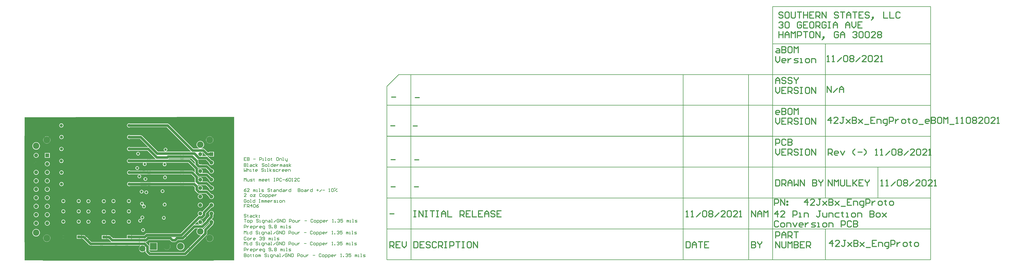
<source format=gbl>
G04*
G04 #@! TF.GenerationSoftware,Altium Limited,Altium Designer,18.1.11 (251)*
G04*
G04 Layer_Physical_Order=4*
G04 Layer_Color=16711680*
%FSLAX25Y25*%
%MOIN*%
G70*
G01*
G75*
%ADD12C,0.00787*%
%ADD13C,0.01000*%
%ADD15C,0.02000*%
%ADD16C,0.00591*%
%ADD17C,0.00394*%
%ADD32C,0.11811*%
%ADD33R,0.13189X0.13189*%
%ADD34C,0.13189*%
%ADD35C,0.05512*%
%ADD36R,0.05512X0.05512*%
%ADD41C,0.05000*%
%ADD43C,0.06000*%
%ADD44C,0.07500*%
%ADD45R,0.07500X0.07500*%
%ADD46C,0.05000*%
%ADD47C,0.12500*%
%ADD48C,0.12000*%
G36*
X407900Y279800D02*
Y0D01*
X0D01*
Y279200D01*
X394000Y279900D01*
X407859D01*
X407900Y279800D01*
D02*
G37*
%LPC*%
G36*
X71500Y267234D02*
X70456Y267097D01*
X69483Y266694D01*
X68647Y266053D01*
X68006Y265217D01*
X67603Y264244D01*
X67466Y263200D01*
X67603Y262156D01*
X68006Y261183D01*
X68647Y260347D01*
X69483Y259706D01*
X70456Y259303D01*
X71500Y259166D01*
X72544Y259303D01*
X73517Y259706D01*
X74353Y260347D01*
X74994Y261183D01*
X75397Y262156D01*
X75534Y263200D01*
X75397Y264244D01*
X74994Y265217D01*
X74353Y266053D01*
X73517Y266694D01*
X72544Y267097D01*
X71500Y267234D01*
D02*
G37*
G36*
X71700Y244534D02*
X70656Y244397D01*
X69683Y243994D01*
X68847Y243353D01*
X68206Y242517D01*
X67803Y241544D01*
X67665Y240500D01*
X67803Y239456D01*
X68206Y238483D01*
X68847Y237647D01*
X69683Y237006D01*
X70656Y236603D01*
X71700Y236466D01*
X72744Y236603D01*
X73717Y237006D01*
X74553Y237647D01*
X75194Y238483D01*
X75597Y239456D01*
X75735Y240500D01*
X75597Y241544D01*
X75194Y242517D01*
X74553Y243353D01*
X73717Y243994D01*
X72744Y244397D01*
X71700Y244534D01*
D02*
G37*
G36*
X360400Y241884D02*
X359028Y241749D01*
X357708Y241349D01*
X356492Y240699D01*
X355426Y239824D01*
X354552Y238758D01*
X353902Y237542D01*
X353501Y236222D01*
X353366Y234850D01*
X353501Y233478D01*
X353902Y232158D01*
X354552Y230942D01*
X355426Y229876D01*
X356492Y229001D01*
X357708Y228351D01*
X359028Y227951D01*
X360400Y227816D01*
X361772Y227951D01*
X363092Y228351D01*
X364308Y229001D01*
X365374Y229876D01*
X366248Y230942D01*
X366898Y232158D01*
X367299Y233478D01*
X367434Y234850D01*
X367299Y236222D01*
X366898Y237542D01*
X366248Y238758D01*
X365374Y239824D01*
X364308Y240699D01*
X363092Y241349D01*
X361772Y241749D01*
X360400Y241884D01*
D02*
G37*
G36*
X43200D02*
X41828Y241749D01*
X40508Y241349D01*
X39292Y240699D01*
X38226Y239824D01*
X37352Y238758D01*
X36702Y237542D01*
X36301Y236222D01*
X36166Y234850D01*
X36301Y233478D01*
X36702Y232158D01*
X37352Y230942D01*
X38226Y229876D01*
X39292Y229001D01*
X40508Y228351D01*
X41828Y227951D01*
X43200Y227816D01*
X44572Y227951D01*
X45892Y228351D01*
X47108Y229001D01*
X48174Y229876D01*
X49049Y230942D01*
X49698Y232158D01*
X50099Y233478D01*
X50234Y234850D01*
X50099Y236222D01*
X49698Y237542D01*
X49049Y238758D01*
X48174Y239824D01*
X47108Y240699D01*
X45892Y241349D01*
X44572Y241749D01*
X43200Y241884D01*
D02*
G37*
G36*
X22400Y230565D02*
X20979Y230425D01*
X19612Y230011D01*
X18353Y229337D01*
X17249Y228431D01*
X16343Y227327D01*
X15669Y226068D01*
X15255Y224701D01*
X15115Y223280D01*
X15255Y221859D01*
X15669Y220492D01*
X16343Y219233D01*
X17249Y218129D01*
X18353Y217223D01*
X19612Y216549D01*
X20979Y216135D01*
X22400Y215995D01*
X23821Y216135D01*
X25188Y216549D01*
X26447Y217223D01*
X27551Y218129D01*
X28457Y219233D01*
X29131Y220492D01*
X29545Y221859D01*
X29685Y223280D01*
X29545Y224701D01*
X29131Y226068D01*
X28457Y227327D01*
X27551Y228431D01*
X26447Y229337D01*
X25188Y230011D01*
X23821Y230425D01*
X22400Y230565D01*
D02*
G37*
G36*
X71640Y221335D02*
X70596Y221197D01*
X69623Y220794D01*
X68787Y220153D01*
X68146Y219317D01*
X67743Y218344D01*
X67606Y217300D01*
X67743Y216256D01*
X68146Y215283D01*
X68787Y214447D01*
X69623Y213806D01*
X70596Y213403D01*
X71640Y213265D01*
X72684Y213403D01*
X73657Y213806D01*
X74493Y214447D01*
X75134Y215283D01*
X75537Y216256D01*
X75674Y217300D01*
X75537Y218344D01*
X75134Y219317D01*
X74493Y220153D01*
X73657Y220794D01*
X72684Y221197D01*
X71640Y221335D01*
D02*
G37*
G36*
X274400Y219630D02*
X273486Y219510D01*
X272635Y219157D01*
X271904Y218596D01*
X271343Y217865D01*
X270990Y217014D01*
X270870Y216100D01*
X270990Y215186D01*
X271343Y214335D01*
X271904Y213604D01*
X272635Y213043D01*
X273486Y212690D01*
X274400Y212570D01*
X275314Y212690D01*
X276165Y213043D01*
X276896Y213604D01*
X277457Y214335D01*
X277810Y215186D01*
X277930Y216100D01*
X277810Y217014D01*
X277457Y217865D01*
X276896Y218596D01*
X276165Y219157D01*
X275314Y219510D01*
X274400Y219630D01*
D02*
G37*
G36*
X203400Y267234D02*
X202356Y267097D01*
X201383Y266694D01*
X200547Y266053D01*
X199906Y265217D01*
X199503Y264244D01*
X199365Y263200D01*
X199503Y262156D01*
X199906Y261183D01*
X200547Y260347D01*
X201383Y259706D01*
X202356Y259303D01*
X203400Y259166D01*
X204444Y259303D01*
X205330Y259670D01*
X276838D01*
X324105Y212402D01*
X323914Y211940D01*
X259599D01*
X228543Y242996D01*
X227812Y243557D01*
X226961Y243910D01*
X226047Y244030D01*
X205530D01*
X204644Y244397D01*
X203600Y244534D01*
X202556Y244397D01*
X201583Y243994D01*
X200747Y243353D01*
X200106Y242517D01*
X199703Y241544D01*
X199565Y240500D01*
X199703Y239456D01*
X200106Y238483D01*
X200747Y237647D01*
X201583Y237006D01*
X202556Y236603D01*
X203600Y236466D01*
X204644Y236603D01*
X205530Y236970D01*
X224585D01*
X240262Y221292D01*
X240071Y220830D01*
X205470D01*
X204584Y221197D01*
X203540Y221335D01*
X202496Y221197D01*
X201523Y220794D01*
X200687Y220153D01*
X200046Y219317D01*
X199643Y218344D01*
X199505Y217300D01*
X199643Y216256D01*
X200046Y215283D01*
X200687Y214447D01*
X201523Y213806D01*
X202496Y213403D01*
X203540Y213265D01*
X204584Y213403D01*
X205470Y213770D01*
X239299D01*
X254965Y198104D01*
X255061Y198030D01*
X254891Y197530D01*
X205330D01*
X204444Y197897D01*
X203400Y198035D01*
X202356Y197897D01*
X201383Y197494D01*
X200547Y196853D01*
X199906Y196017D01*
X199503Y195044D01*
X199365Y194000D01*
X199503Y192956D01*
X199906Y191983D01*
X200547Y191147D01*
X201383Y190506D01*
X202356Y190103D01*
X203400Y189965D01*
X204444Y190103D01*
X205330Y190470D01*
X230983D01*
X231230Y189970D01*
X230843Y189465D01*
X230490Y188614D01*
X230370Y187700D01*
X230490Y186786D01*
X230843Y185935D01*
X231404Y185204D01*
X232135Y184643D01*
X232986Y184290D01*
X233900Y184170D01*
X234814Y184290D01*
X235665Y184643D01*
X236396Y185204D01*
X236957Y185935D01*
X237310Y186786D01*
X237430Y187700D01*
X237310Y188614D01*
X236957Y189465D01*
X236570Y189970D01*
X236817Y190470D01*
X270160D01*
X270330Y189970D01*
X270104Y189796D01*
X269543Y189065D01*
X269190Y188214D01*
X269070Y187300D01*
X269190Y186386D01*
X269543Y185535D01*
X270104Y184804D01*
X270835Y184243D01*
X271686Y183890D01*
X272600Y183770D01*
X273514Y183890D01*
X274365Y184243D01*
X275096Y184804D01*
X275657Y185535D01*
X276010Y186386D01*
X276130Y187300D01*
X276010Y188214D01*
X275657Y189065D01*
X275096Y189796D01*
X274870Y189970D01*
X275040Y190470D01*
X318519D01*
X331320Y177669D01*
Y171768D01*
X330858Y171576D01*
X328538Y173896D01*
X327807Y174457D01*
X326955Y174810D01*
X326042Y174930D01*
X205530D01*
X204644Y175297D01*
X203600Y175435D01*
X202556Y175297D01*
X201583Y174894D01*
X200747Y174253D01*
X200106Y173417D01*
X199703Y172444D01*
X199565Y171400D01*
X199703Y170356D01*
X200106Y169383D01*
X200747Y168547D01*
X201583Y167906D01*
X202556Y167503D01*
X203600Y167366D01*
X204644Y167503D01*
X205530Y167870D01*
X324579D01*
X331320Y161129D01*
Y154537D01*
X331440Y153623D01*
X331793Y152772D01*
X332287Y152128D01*
X331931Y151771D01*
X331818Y151857D01*
X330967Y152210D01*
X330053Y152330D01*
X205530D01*
X204644Y152697D01*
X203600Y152834D01*
X202556Y152697D01*
X201583Y152294D01*
X200747Y151653D01*
X200106Y150817D01*
X199703Y149844D01*
X199565Y148800D01*
X199703Y147756D01*
X200106Y146783D01*
X200747Y145947D01*
X201583Y145306D01*
X202556Y144903D01*
X203600Y144765D01*
X204644Y144903D01*
X205530Y145270D01*
X328591D01*
X331320Y142541D01*
Y137997D01*
X331440Y137083D01*
X331793Y136232D01*
X332354Y135501D01*
X336601Y131254D01*
X336601Y131254D01*
X337332Y130693D01*
X338183Y130340D01*
X339097Y130220D01*
X353048D01*
X359040Y124228D01*
X359172Y123220D01*
X359651Y122064D01*
X360412Y121072D01*
X361404Y120311D01*
X362560Y119832D01*
X363800Y119669D01*
X365040Y119832D01*
X366196Y120311D01*
X367188Y121072D01*
X367949Y122064D01*
X368428Y123220D01*
X368591Y124460D01*
X368428Y125700D01*
X367949Y126856D01*
X367188Y127848D01*
X366196Y128609D01*
X365040Y129088D01*
X364032Y129220D01*
X357006Y136246D01*
X356275Y136807D01*
X355424Y137160D01*
X354510Y137280D01*
X345836D01*
X345617Y137780D01*
X346249Y138604D01*
X346728Y139760D01*
X346891Y141000D01*
X346728Y142240D01*
X346249Y143395D01*
X345488Y144388D01*
X344496Y145149D01*
X343340Y145628D01*
X342100Y145791D01*
X340860Y145628D01*
X339704Y145149D01*
X338823Y144473D01*
X338441Y144566D01*
X338293Y144663D01*
X338260Y144917D01*
X337907Y145768D01*
X337346Y146499D01*
X336949Y146896D01*
X337280Y147273D01*
X337332Y147233D01*
X338183Y146880D01*
X339097Y146760D01*
X353048D01*
X359040Y140768D01*
X359172Y139760D01*
X359651Y138604D01*
X360412Y137612D01*
X361404Y136851D01*
X362560Y136372D01*
X363800Y136209D01*
X365040Y136372D01*
X366196Y136851D01*
X367188Y137612D01*
X367949Y138604D01*
X368428Y139760D01*
X368591Y141000D01*
X368428Y142240D01*
X367949Y143395D01*
X367188Y144388D01*
X366196Y145149D01*
X365040Y145628D01*
X364032Y145760D01*
X357006Y152786D01*
X356275Y153347D01*
X355424Y153700D01*
X354510Y153820D01*
X345836D01*
X345617Y154320D01*
X346249Y155145D01*
X346728Y156300D01*
X346891Y157540D01*
X346728Y158780D01*
X346249Y159935D01*
X345488Y160928D01*
X344496Y161689D01*
X343340Y162168D01*
X342100Y162331D01*
X340860Y162168D01*
X339704Y161689D01*
X338880Y161057D01*
X338380Y161276D01*
Y162592D01*
X338326Y163001D01*
X338680Y163355D01*
X339097Y163300D01*
X353048D01*
X359040Y157308D01*
X359172Y156300D01*
X359651Y155145D01*
X360412Y154152D01*
X361404Y153391D01*
X362560Y152912D01*
X363800Y152749D01*
X365040Y152912D01*
X366196Y153391D01*
X367188Y154152D01*
X367949Y155145D01*
X368428Y156300D01*
X368591Y157540D01*
X368428Y158780D01*
X367949Y159935D01*
X367188Y160928D01*
X366196Y161689D01*
X365040Y162168D01*
X364032Y162300D01*
X357006Y169326D01*
X356275Y169887D01*
X355424Y170240D01*
X354510Y170360D01*
X345836D01*
X345617Y170860D01*
X346249Y171685D01*
X346728Y172840D01*
X346891Y174080D01*
X346728Y175320D01*
X346249Y176476D01*
X345488Y177468D01*
X344496Y178229D01*
X343340Y178708D01*
X342100Y178871D01*
X340860Y178708D01*
X339704Y178229D01*
X338880Y177597D01*
X338380Y177816D01*
Y179132D01*
X338326Y179541D01*
X338680Y179895D01*
X339097Y179840D01*
X353048D01*
X359040Y173848D01*
X359172Y172840D01*
X359651Y171685D01*
X360412Y170692D01*
X361404Y169931D01*
X362560Y169452D01*
X363800Y169289D01*
X365040Y169452D01*
X366196Y169931D01*
X367188Y170692D01*
X367949Y171685D01*
X368428Y172840D01*
X368591Y174080D01*
X368428Y175320D01*
X367949Y176476D01*
X367188Y177468D01*
X366196Y178229D01*
X365040Y178708D01*
X364032Y178840D01*
X357006Y185866D01*
X356275Y186427D01*
X355424Y186780D01*
X354510Y186900D01*
X344200D01*
X344094Y187127D01*
X344064Y187400D01*
X344775Y187945D01*
X345376Y188729D01*
X345754Y189641D01*
X345816Y190120D01*
X342100D01*
Y190620D01*
X341600D01*
Y194336D01*
X341121Y194273D01*
X340209Y193896D01*
X339425Y193295D01*
X338880Y192584D01*
X338607Y192614D01*
X338380Y192720D01*
Y193623D01*
X338260Y194537D01*
X337907Y195388D01*
X337346Y196119D01*
X336949Y196516D01*
X337280Y196893D01*
X337332Y196853D01*
X338183Y196500D01*
X339097Y196380D01*
X339097Y196380D01*
X353048D01*
X359040Y190388D01*
X359172Y189380D01*
X359651Y188224D01*
X360412Y187232D01*
X361404Y186471D01*
X362560Y185992D01*
X363800Y185829D01*
X365040Y185992D01*
X366196Y186471D01*
X367188Y187232D01*
X367949Y188224D01*
X368428Y189380D01*
X368591Y190620D01*
X368428Y191860D01*
X367949Y193016D01*
X367188Y194008D01*
X366196Y194769D01*
X365040Y195248D01*
X364032Y195380D01*
X357006Y202406D01*
X356275Y202967D01*
X355883Y203130D01*
X355982Y203630D01*
X359050D01*
Y202410D01*
X368550D01*
Y211910D01*
X359050D01*
Y210690D01*
X356812D01*
X350596Y216906D01*
X349865Y217467D01*
X349014Y217820D01*
X348100Y217940D01*
X342787D01*
X342763Y218440D01*
X343521Y218515D01*
X344888Y218930D01*
X346147Y219603D01*
X347251Y220509D01*
X348157Y221613D01*
X348831Y222872D01*
X349245Y224239D01*
X349385Y225660D01*
X349245Y227081D01*
X348831Y228448D01*
X348157Y229707D01*
X347251Y230811D01*
X346147Y231717D01*
X344888Y232390D01*
X343521Y232805D01*
X342100Y232945D01*
X340679Y232805D01*
X339312Y232390D01*
X338053Y231717D01*
X336949Y230811D01*
X336043Y229707D01*
X335369Y228448D01*
X334955Y227081D01*
X334815Y225660D01*
X334955Y224239D01*
X335369Y222872D01*
X336043Y221613D01*
X336949Y220509D01*
X338053Y219603D01*
X339312Y218930D01*
X340679Y218515D01*
X341437Y218440D01*
X341413Y217940D01*
X328552D01*
X280796Y265696D01*
X280065Y266257D01*
X279214Y266610D01*
X278300Y266730D01*
X205330D01*
X204444Y267097D01*
X203400Y267234D01*
D02*
G37*
G36*
X221000Y211630D02*
X220086Y211510D01*
X219235Y211157D01*
X218504Y210596D01*
X217943Y209865D01*
X217590Y209014D01*
X217470Y208100D01*
X217590Y207186D01*
X217943Y206335D01*
X218504Y205604D01*
X219235Y205043D01*
X220086Y204690D01*
X221000Y204570D01*
X221914Y204690D01*
X222765Y205043D01*
X223496Y205604D01*
X224057Y206335D01*
X224410Y207186D01*
X224530Y208100D01*
X224410Y209014D01*
X224057Y209865D01*
X223496Y210596D01*
X222765Y211157D01*
X221914Y211510D01*
X221000Y211630D01*
D02*
G37*
G36*
X48850Y209530D02*
X39350D01*
Y200030D01*
X48850D01*
Y209530D01*
D02*
G37*
G36*
X22400Y209571D02*
X21160Y209408D01*
X20005Y208929D01*
X19012Y208168D01*
X18251Y207175D01*
X17772Y206020D01*
X17609Y204780D01*
X17772Y203540D01*
X18251Y202384D01*
X19012Y201392D01*
X20005Y200631D01*
X21160Y200152D01*
X22400Y199989D01*
X23640Y200152D01*
X24795Y200631D01*
X25788Y201392D01*
X26549Y202384D01*
X27028Y203540D01*
X27191Y204780D01*
X27028Y206020D01*
X26549Y207175D01*
X25788Y208168D01*
X24795Y208929D01*
X23640Y209408D01*
X22400Y209571D01*
D02*
G37*
G36*
X342600Y194336D02*
Y191120D01*
X345816D01*
X345754Y191599D01*
X345376Y192511D01*
X344775Y193295D01*
X343991Y193896D01*
X343079Y194273D01*
X342600Y194336D01*
D02*
G37*
G36*
X71500Y198035D02*
X70456Y197897D01*
X69483Y197494D01*
X68647Y196853D01*
X68006Y196017D01*
X67603Y195044D01*
X67466Y194000D01*
X67603Y192956D01*
X68006Y191983D01*
X68647Y191147D01*
X69483Y190506D01*
X70456Y190103D01*
X71500Y189965D01*
X72544Y190103D01*
X73517Y190506D01*
X74353Y191147D01*
X74994Y191983D01*
X75397Y192956D01*
X75534Y194000D01*
X75397Y195044D01*
X74994Y196017D01*
X74353Y196853D01*
X73517Y197494D01*
X72544Y197897D01*
X71500Y198035D01*
D02*
G37*
G36*
X22900Y191956D02*
Y188740D01*
X26116D01*
X26054Y189219D01*
X25676Y190131D01*
X25074Y190914D01*
X24291Y191516D01*
X23379Y191893D01*
X22900Y191956D01*
D02*
G37*
G36*
X21900D02*
X21421Y191893D01*
X20509Y191516D01*
X19726Y190914D01*
X19124Y190131D01*
X18746Y189219D01*
X18684Y188740D01*
X21900D01*
Y191956D01*
D02*
G37*
G36*
X26116Y187740D02*
X22900D01*
Y184523D01*
X23379Y184587D01*
X24291Y184964D01*
X25074Y185565D01*
X25676Y186349D01*
X26054Y187261D01*
X26116Y187740D01*
D02*
G37*
G36*
X21900D02*
X18684D01*
X18746Y187261D01*
X19124Y186349D01*
X19726Y185565D01*
X20509Y184964D01*
X21421Y184587D01*
X21900Y184523D01*
Y187740D01*
D02*
G37*
G36*
X44100Y193031D02*
X42860Y192868D01*
X41704Y192389D01*
X40712Y191628D01*
X39951Y190636D01*
X39472Y189480D01*
X39309Y188240D01*
X39472Y187000D01*
X39951Y185845D01*
X40712Y184852D01*
X41704Y184091D01*
X42860Y183612D01*
X44100Y183449D01*
X45340Y183612D01*
X46496Y184091D01*
X47488Y184852D01*
X48249Y185845D01*
X48728Y187000D01*
X48891Y188240D01*
X48728Y189480D01*
X48249Y190636D01*
X47488Y191628D01*
X46496Y192389D01*
X45340Y192868D01*
X44100Y193031D01*
D02*
G37*
G36*
X219300Y183630D02*
X218386Y183510D01*
X217535Y183157D01*
X216804Y182596D01*
X216243Y181865D01*
X215890Y181014D01*
X215770Y180100D01*
X215890Y179186D01*
X216243Y178335D01*
X216804Y177604D01*
X217535Y177043D01*
X218386Y176690D01*
X219300Y176570D01*
X220214Y176690D01*
X221065Y177043D01*
X221796Y177604D01*
X222357Y178335D01*
X222710Y179186D01*
X222830Y180100D01*
X222710Y181014D01*
X222357Y181865D01*
X221796Y182596D01*
X221065Y183157D01*
X220214Y183510D01*
X219300Y183630D01*
D02*
G37*
G36*
X71700Y175435D02*
X70656Y175297D01*
X69683Y174894D01*
X68847Y174253D01*
X68206Y173417D01*
X67803Y172444D01*
X67665Y171400D01*
X67803Y170356D01*
X68206Y169383D01*
X68847Y168547D01*
X69683Y167906D01*
X70656Y167503D01*
X71700Y167366D01*
X72744Y167503D01*
X73717Y167906D01*
X74553Y168547D01*
X75194Y169383D01*
X75597Y170356D01*
X75735Y171400D01*
X75597Y172444D01*
X75194Y173417D01*
X74553Y174253D01*
X73717Y174894D01*
X72744Y175297D01*
X71700Y175435D01*
D02*
G37*
G36*
X44100Y176491D02*
X42860Y176328D01*
X41704Y175849D01*
X40712Y175088D01*
X39951Y174095D01*
X39472Y172940D01*
X39309Y171700D01*
X39472Y170460D01*
X39951Y169305D01*
X40712Y168312D01*
X41704Y167551D01*
X42860Y167072D01*
X44100Y166909D01*
X45340Y167072D01*
X46496Y167551D01*
X47488Y168312D01*
X48249Y169305D01*
X48728Y170460D01*
X48891Y171700D01*
X48728Y172940D01*
X48249Y174095D01*
X47488Y175088D01*
X46496Y175849D01*
X45340Y176328D01*
X44100Y176491D01*
D02*
G37*
G36*
X22400D02*
X21160Y176328D01*
X20005Y175849D01*
X19012Y175088D01*
X18251Y174095D01*
X17772Y172940D01*
X17609Y171700D01*
X17772Y170460D01*
X18251Y169305D01*
X19012Y168312D01*
X20005Y167551D01*
X21160Y167072D01*
X22400Y166909D01*
X23640Y167072D01*
X24795Y167551D01*
X25788Y168312D01*
X26549Y169305D01*
X27028Y170460D01*
X27191Y171700D01*
X27028Y172940D01*
X26549Y174095D01*
X25788Y175088D01*
X24795Y175849D01*
X23640Y176328D01*
X22400Y176491D01*
D02*
G37*
G36*
X223400Y167230D02*
X222486Y167110D01*
X221635Y166757D01*
X220904Y166196D01*
X220343Y165465D01*
X219990Y164614D01*
X219870Y163700D01*
X219990Y162786D01*
X220343Y161935D01*
X220904Y161204D01*
X221635Y160643D01*
X222486Y160290D01*
X223400Y160170D01*
X224314Y160290D01*
X225165Y160643D01*
X225896Y161204D01*
X226457Y161935D01*
X226810Y162786D01*
X226930Y163700D01*
X226810Y164614D01*
X226457Y165465D01*
X225896Y166196D01*
X225165Y166757D01*
X224314Y167110D01*
X223400Y167230D01*
D02*
G37*
G36*
X273400Y165430D02*
X272486Y165310D01*
X271635Y164957D01*
X270904Y164396D01*
X270343Y163665D01*
X269990Y162814D01*
X269870Y161900D01*
X269990Y160986D01*
X270343Y160135D01*
X270904Y159404D01*
X271635Y158843D01*
X272486Y158490D01*
X273400Y158370D01*
X274314Y158490D01*
X275165Y158843D01*
X275896Y159404D01*
X276457Y160135D01*
X276810Y160986D01*
X276930Y161900D01*
X276810Y162814D01*
X276457Y163665D01*
X275896Y164396D01*
X275165Y164957D01*
X274314Y165310D01*
X273400Y165430D01*
D02*
G37*
G36*
X235200Y162230D02*
X234286Y162110D01*
X233435Y161757D01*
X232704Y161196D01*
X232143Y160465D01*
X231790Y159614D01*
X231670Y158700D01*
X231790Y157786D01*
X232143Y156935D01*
X232704Y156204D01*
X233435Y155643D01*
X234286Y155290D01*
X235200Y155170D01*
X236114Y155290D01*
X236965Y155643D01*
X237696Y156204D01*
X238257Y156935D01*
X238610Y157786D01*
X238730Y158700D01*
X238610Y159614D01*
X238257Y160465D01*
X237696Y161196D01*
X236965Y161757D01*
X236114Y162110D01*
X235200Y162230D01*
D02*
G37*
G36*
X44100Y159951D02*
X42860Y159788D01*
X41704Y159309D01*
X40712Y158548D01*
X39951Y157555D01*
X39472Y156400D01*
X39309Y155160D01*
X39472Y153920D01*
X39951Y152764D01*
X40712Y151772D01*
X41704Y151011D01*
X42860Y150532D01*
X44100Y150369D01*
X45340Y150532D01*
X46496Y151011D01*
X47488Y151772D01*
X48249Y152764D01*
X48728Y153920D01*
X48891Y155160D01*
X48728Y156400D01*
X48249Y157555D01*
X47488Y158548D01*
X46496Y159309D01*
X45340Y159788D01*
X44100Y159951D01*
D02*
G37*
G36*
X22400D02*
X21160Y159788D01*
X20005Y159309D01*
X19012Y158548D01*
X18251Y157555D01*
X17772Y156400D01*
X17609Y155160D01*
X17772Y153920D01*
X18251Y152764D01*
X19012Y151772D01*
X20005Y151011D01*
X21160Y150532D01*
X22400Y150369D01*
X23640Y150532D01*
X24795Y151011D01*
X25788Y151772D01*
X26549Y152764D01*
X27028Y153920D01*
X27191Y155160D01*
X27028Y156400D01*
X26549Y157555D01*
X25788Y158548D01*
X24795Y159309D01*
X23640Y159788D01*
X22400Y159951D01*
D02*
G37*
G36*
X71700Y152834D02*
X70656Y152697D01*
X69683Y152294D01*
X68847Y151653D01*
X68206Y150817D01*
X67803Y149844D01*
X67665Y148800D01*
X67803Y147756D01*
X68206Y146783D01*
X68847Y145947D01*
X69683Y145306D01*
X70656Y144903D01*
X71700Y144765D01*
X72744Y144903D01*
X73717Y145306D01*
X74553Y145947D01*
X75194Y146783D01*
X75597Y147756D01*
X75735Y148800D01*
X75597Y149844D01*
X75194Y150817D01*
X74553Y151653D01*
X73717Y152294D01*
X72744Y152697D01*
X71700Y152834D01*
D02*
G37*
G36*
X44100Y143411D02*
X42860Y143248D01*
X41704Y142769D01*
X40712Y142008D01*
X39951Y141016D01*
X39472Y139860D01*
X39309Y138620D01*
X39472Y137380D01*
X39951Y136224D01*
X40712Y135232D01*
X41704Y134471D01*
X42860Y133992D01*
X44100Y133829D01*
X45340Y133992D01*
X46496Y134471D01*
X47488Y135232D01*
X48249Y136224D01*
X48728Y137380D01*
X48891Y138620D01*
X48728Y139860D01*
X48249Y141016D01*
X47488Y142008D01*
X46496Y142769D01*
X45340Y143248D01*
X44100Y143411D01*
D02*
G37*
G36*
X22400D02*
X21160Y143248D01*
X20005Y142769D01*
X19012Y142008D01*
X18251Y141016D01*
X17772Y139860D01*
X17609Y138620D01*
X17772Y137380D01*
X18251Y136224D01*
X19012Y135232D01*
X20005Y134471D01*
X21160Y133992D01*
X22400Y133829D01*
X23640Y133992D01*
X24795Y134471D01*
X25788Y135232D01*
X26549Y136224D01*
X27028Y137380D01*
X27191Y138620D01*
X27028Y139860D01*
X26549Y141016D01*
X25788Y142008D01*
X24795Y142769D01*
X23640Y143248D01*
X22400Y143411D01*
D02*
G37*
G36*
X268600Y138630D02*
X267686Y138510D01*
X266835Y138157D01*
X266104Y137596D01*
X265543Y136865D01*
X265190Y136014D01*
X265070Y135100D01*
X265190Y134186D01*
X265543Y133335D01*
X266104Y132604D01*
X266835Y132043D01*
X267686Y131690D01*
X268600Y131570D01*
X269514Y131690D01*
X270365Y132043D01*
X271096Y132604D01*
X271657Y133335D01*
X272010Y134186D01*
X272130Y135100D01*
X272010Y136014D01*
X271657Y136865D01*
X271096Y137596D01*
X270365Y138157D01*
X269514Y138510D01*
X268600Y138630D01*
D02*
G37*
G36*
X227800Y137630D02*
X226886Y137510D01*
X226035Y137157D01*
X225304Y136596D01*
X224743Y135865D01*
X224390Y135014D01*
X224270Y134100D01*
X224390Y133186D01*
X224743Y132335D01*
X225304Y131604D01*
X226035Y131043D01*
X226886Y130690D01*
X227800Y130570D01*
X228714Y130690D01*
X229565Y131043D01*
X230296Y131604D01*
X230857Y132335D01*
X231210Y133186D01*
X231330Y134100D01*
X231210Y135014D01*
X230857Y135865D01*
X230296Y136596D01*
X229565Y137157D01*
X228714Y137510D01*
X227800Y137630D01*
D02*
G37*
G36*
X237000Y136330D02*
X236086Y136210D01*
X235235Y135857D01*
X234504Y135296D01*
X233943Y134565D01*
X233590Y133714D01*
X233470Y132800D01*
X233590Y131886D01*
X233943Y131035D01*
X234504Y130304D01*
X235235Y129743D01*
X236086Y129390D01*
X237000Y129270D01*
X237914Y129390D01*
X238765Y129743D01*
X239496Y130304D01*
X240057Y131035D01*
X240410Y131886D01*
X240530Y132800D01*
X240410Y133714D01*
X240057Y134565D01*
X239496Y135296D01*
X238765Y135857D01*
X237914Y136210D01*
X237000Y136330D01*
D02*
G37*
G36*
X342100Y129251D02*
X340860Y129088D01*
X339704Y128609D01*
X338712Y127848D01*
X337951Y126856D01*
X337472Y125700D01*
X337309Y124460D01*
X337472Y123220D01*
X337951Y122064D01*
X338712Y121072D01*
X339704Y120311D01*
X340860Y119832D01*
X342100Y119669D01*
X343340Y119832D01*
X344496Y120311D01*
X345488Y121072D01*
X346249Y122064D01*
X346728Y123220D01*
X346891Y124460D01*
X346728Y125700D01*
X346249Y126856D01*
X345488Y127848D01*
X344496Y128609D01*
X343340Y129088D01*
X342100Y129251D01*
D02*
G37*
G36*
X44100Y126871D02*
X42860Y126708D01*
X41704Y126229D01*
X40712Y125468D01*
X39951Y124476D01*
X39472Y123320D01*
X39309Y122080D01*
X39472Y120840D01*
X39951Y119685D01*
X40712Y118692D01*
X41704Y117931D01*
X42860Y117452D01*
X44100Y117289D01*
X45340Y117452D01*
X46496Y117931D01*
X47488Y118692D01*
X48249Y119685D01*
X48728Y120840D01*
X48891Y122080D01*
X48728Y123320D01*
X48249Y124476D01*
X47488Y125468D01*
X46496Y126229D01*
X45340Y126708D01*
X44100Y126871D01*
D02*
G37*
G36*
X22400D02*
X21160Y126708D01*
X20005Y126229D01*
X19012Y125468D01*
X18251Y124476D01*
X17772Y123320D01*
X17609Y122080D01*
X17772Y120840D01*
X18251Y119685D01*
X19012Y118692D01*
X20005Y117931D01*
X21160Y117452D01*
X22400Y117289D01*
X23640Y117452D01*
X24795Y117931D01*
X25788Y118692D01*
X26549Y119685D01*
X27028Y120840D01*
X27191Y122080D01*
X27028Y123320D01*
X26549Y124476D01*
X25788Y125468D01*
X24795Y126229D01*
X23640Y126708D01*
X22400Y126871D01*
D02*
G37*
G36*
X203000Y119488D02*
X202020Y119359D01*
X201106Y118981D01*
X200321Y118379D01*
X199719Y117594D01*
X199341Y116681D01*
X199212Y115700D01*
X199341Y114719D01*
X199719Y113806D01*
X200321Y113021D01*
X201106Y112419D01*
X202020Y112041D01*
X203000Y111912D01*
X203980Y112041D01*
X204894Y112419D01*
X205679Y113021D01*
X206281Y113806D01*
X206659Y114719D01*
X206788Y115700D01*
X206659Y116681D01*
X206281Y117594D01*
X205679Y118379D01*
X204894Y118981D01*
X203980Y119359D01*
X203000Y119488D01*
D02*
G37*
G36*
X173000D02*
X172020Y119359D01*
X171106Y118981D01*
X170321Y118379D01*
X169719Y117594D01*
X169341Y116681D01*
X169212Y115700D01*
X169341Y114719D01*
X169719Y113806D01*
X170321Y113021D01*
X171106Y112419D01*
X172020Y112041D01*
X173000Y111912D01*
X173980Y112041D01*
X174894Y112419D01*
X175679Y113021D01*
X176281Y113806D01*
X176659Y114719D01*
X176788Y115700D01*
X176659Y116681D01*
X176281Y117594D01*
X175679Y118379D01*
X174894Y118981D01*
X173980Y119359D01*
X173000Y119488D01*
D02*
G37*
G36*
X105375D02*
X104394Y119359D01*
X103481Y118981D01*
X102696Y118379D01*
X102094Y117594D01*
X101716Y116681D01*
X101587Y115700D01*
X101716Y114719D01*
X102094Y113806D01*
X102696Y113021D01*
X103481Y112419D01*
X104394Y112041D01*
X105375Y111912D01*
X106356Y112041D01*
X107269Y112419D01*
X108054Y113021D01*
X108656Y113806D01*
X109034Y114719D01*
X109163Y115700D01*
X109034Y116681D01*
X108656Y117594D01*
X108054Y118379D01*
X107269Y118981D01*
X106356Y119359D01*
X105375Y119488D01*
D02*
G37*
G36*
X75375D02*
X74395Y119359D01*
X73481Y118981D01*
X72696Y118379D01*
X72094Y117594D01*
X71716Y116681D01*
X71587Y115700D01*
X71716Y114719D01*
X72094Y113806D01*
X72696Y113021D01*
X73481Y112419D01*
X74395Y112041D01*
X75375Y111912D01*
X76355Y112041D01*
X77269Y112419D01*
X78054Y113021D01*
X78656Y113806D01*
X79034Y114719D01*
X79163Y115700D01*
X79034Y116681D01*
X78656Y117594D01*
X78054Y118379D01*
X77269Y118981D01*
X76355Y119359D01*
X75375Y119488D01*
D02*
G37*
G36*
X154188Y119236D02*
X153207Y119107D01*
X152293Y118729D01*
X151509Y118127D01*
X150907Y117342D01*
X150528Y116428D01*
X150399Y115448D01*
X150528Y114468D01*
X150907Y113554D01*
X151509Y112769D01*
X152293Y112167D01*
X153207Y111789D01*
X154188Y111660D01*
X155168Y111789D01*
X156082Y112167D01*
X156866Y112769D01*
X157468Y113554D01*
X157847Y114468D01*
X157976Y115448D01*
X157847Y116428D01*
X157468Y117342D01*
X156866Y118127D01*
X156082Y118729D01*
X155168Y119107D01*
X154188Y119236D01*
D02*
G37*
G36*
X124188D02*
X123207Y119107D01*
X122293Y118729D01*
X121509Y118127D01*
X120907Y117342D01*
X120528Y116428D01*
X120399Y115448D01*
X120528Y114468D01*
X120907Y113554D01*
X121509Y112769D01*
X122293Y112167D01*
X123207Y111789D01*
X124188Y111660D01*
X125168Y111789D01*
X126082Y112167D01*
X126866Y112769D01*
X127468Y113554D01*
X127847Y114468D01*
X127976Y115448D01*
X127847Y116428D01*
X127468Y117342D01*
X126866Y118127D01*
X126082Y118729D01*
X125168Y119107D01*
X124188Y119236D01*
D02*
G37*
G36*
X272700Y112430D02*
X271786Y112310D01*
X270935Y111957D01*
X270204Y111396D01*
X269643Y110665D01*
X269290Y109814D01*
X269170Y108900D01*
X269290Y107986D01*
X269643Y107135D01*
X270204Y106404D01*
X270935Y105843D01*
X271786Y105490D01*
X272700Y105370D01*
X273614Y105490D01*
X274465Y105843D01*
X275196Y106404D01*
X275757Y107135D01*
X276110Y107986D01*
X276230Y108900D01*
X276110Y109814D01*
X275757Y110665D01*
X275196Y111396D01*
X274465Y111957D01*
X273614Y112310D01*
X272700Y112430D01*
D02*
G37*
G36*
X342100Y112711D02*
X340860Y112548D01*
X339704Y112069D01*
X338712Y111308D01*
X337951Y110316D01*
X337472Y109160D01*
X337309Y107920D01*
X337472Y106680D01*
X337951Y105525D01*
X338712Y104532D01*
X339704Y103771D01*
X340860Y103292D01*
X342100Y103129D01*
X343340Y103292D01*
X344496Y103771D01*
X345488Y104532D01*
X346249Y105525D01*
X346728Y106680D01*
X346891Y107920D01*
X346728Y109160D01*
X346249Y110316D01*
X345488Y111308D01*
X344496Y112069D01*
X343340Y112548D01*
X342100Y112711D01*
D02*
G37*
G36*
X228400Y114230D02*
X227486Y114110D01*
X226635Y113757D01*
X225904Y113196D01*
X225343Y112465D01*
X224990Y111614D01*
X224870Y110700D01*
X224990Y109786D01*
X225343Y108935D01*
X225904Y108204D01*
X226635Y107643D01*
X227486Y107290D01*
X228400Y107170D01*
X228938Y107241D01*
X228997Y107201D01*
X229266Y106780D01*
X228990Y106114D01*
X228870Y105200D01*
X228990Y104286D01*
X229343Y103435D01*
X229904Y102704D01*
X230635Y102143D01*
X231486Y101790D01*
X232400Y101670D01*
X233314Y101790D01*
X234165Y102143D01*
X234896Y102704D01*
X235457Y103435D01*
X235810Y104286D01*
X235930Y105200D01*
X235810Y106114D01*
X235457Y106965D01*
X234896Y107696D01*
X234165Y108257D01*
X233314Y108610D01*
X232400Y108730D01*
X231862Y108659D01*
X231803Y108700D01*
X231534Y109121D01*
X231810Y109786D01*
X231930Y110700D01*
X231810Y111614D01*
X231457Y112465D01*
X230896Y113196D01*
X230165Y113757D01*
X229314Y114110D01*
X228400Y114230D01*
D02*
G37*
G36*
X44100Y110331D02*
X42860Y110168D01*
X41704Y109689D01*
X40712Y108928D01*
X39951Y107936D01*
X39472Y106780D01*
X39309Y105540D01*
X39472Y104300D01*
X39951Y103145D01*
X40712Y102152D01*
X41704Y101391D01*
X42860Y100912D01*
X44100Y100749D01*
X45340Y100912D01*
X46496Y101391D01*
X47488Y102152D01*
X48249Y103145D01*
X48728Y104300D01*
X48891Y105540D01*
X48728Y106780D01*
X48249Y107936D01*
X47488Y108928D01*
X46496Y109689D01*
X45340Y110168D01*
X44100Y110331D01*
D02*
G37*
G36*
X22400D02*
X21160Y110168D01*
X20005Y109689D01*
X19012Y108928D01*
X18251Y107936D01*
X17772Y106780D01*
X17609Y105540D01*
X17772Y104300D01*
X18251Y103145D01*
X19012Y102152D01*
X20005Y101391D01*
X21160Y100912D01*
X22400Y100749D01*
X23640Y100912D01*
X24795Y101391D01*
X25788Y102152D01*
X26549Y103145D01*
X27028Y104300D01*
X27191Y105540D01*
X27028Y106780D01*
X26549Y107936D01*
X25788Y108928D01*
X24795Y109689D01*
X23640Y110168D01*
X22400Y110331D01*
D02*
G37*
G36*
X363800Y112711D02*
X362560Y112548D01*
X361404Y112069D01*
X360412Y111308D01*
X359651Y110316D01*
X359172Y109160D01*
X359040Y108152D01*
X346854Y95966D01*
X346293Y95235D01*
X346106Y94784D01*
X345533Y94708D01*
X345488Y94768D01*
X344496Y95529D01*
X343340Y96008D01*
X342100Y96171D01*
X340860Y96008D01*
X339704Y95529D01*
X338712Y94768D01*
X337951Y93775D01*
X337472Y92620D01*
X337309Y91380D01*
X337472Y90140D01*
X337951Y88985D01*
X338712Y87992D01*
X338772Y87947D01*
X338696Y87374D01*
X338245Y87187D01*
X337514Y86626D01*
X303812Y52925D01*
X237729D01*
X236816Y52804D01*
X235964Y52452D01*
X235233Y51891D01*
X232573Y49230D01*
X206756D01*
Y49456D01*
X199244D01*
Y42974D01*
X174796D01*
X174626Y43474D01*
X174966Y43734D01*
X175407Y44310D01*
X175685Y44981D01*
X175714Y45200D01*
X173000D01*
X170122D01*
X169802Y45043D01*
X166901Y47944D01*
X166170Y48505D01*
X165319Y48858D01*
X164405Y48978D01*
X157943D01*
Y49204D01*
X150432D01*
Y41692D01*
X157943D01*
Y41918D01*
X162943D01*
X167913Y36948D01*
X168620Y36405D01*
X168623Y36354D01*
X168427Y35905D01*
X129876D01*
X123530Y42250D01*
X123688Y42569D01*
Y44948D01*
X121309D01*
X120990Y44791D01*
X117585Y48196D01*
X116853Y48757D01*
X116002Y49110D01*
X115088Y49230D01*
X109131D01*
Y49456D01*
X101619D01*
Y41944D01*
X109131D01*
Y42170D01*
X113626D01*
X125917Y29879D01*
X126648Y29318D01*
X127500Y28965D01*
X128413Y28845D01*
X224970D01*
X225149Y28345D01*
X224578Y27876D01*
X223715Y26825D01*
X223074Y25625D01*
X222679Y24323D01*
X222545Y22969D01*
X222679Y21616D01*
X223074Y20314D01*
X223715Y19114D01*
X224578Y18063D01*
X225629Y17200D01*
X226829Y16559D01*
X228131Y16164D01*
X229484Y16030D01*
X230838Y16164D01*
X232140Y16559D01*
X233339Y17200D01*
X234391Y18063D01*
X234859Y18634D01*
X235360Y18455D01*
Y17510D01*
X235480Y16597D01*
X235833Y15745D01*
X236393Y15014D01*
X241204Y10204D01*
X241935Y9643D01*
X242786Y9290D01*
X243700Y9170D01*
X312229D01*
X313142Y9290D01*
X313994Y9643D01*
X314725Y10204D01*
X354346Y49825D01*
X354907Y50556D01*
X355260Y51408D01*
X355380Y52321D01*
Y58188D01*
X366296Y69104D01*
X366857Y69835D01*
X367210Y70686D01*
X367330Y71600D01*
Y71638D01*
X367949Y72444D01*
X368428Y73600D01*
X368591Y74840D01*
X368428Y76080D01*
X367949Y77236D01*
X367188Y78228D01*
X366196Y78989D01*
X365040Y79468D01*
X364010Y79603D01*
X363812Y80112D01*
X366296Y82597D01*
X366857Y83328D01*
X367210Y84179D01*
X367330Y85093D01*
Y88178D01*
X367949Y88985D01*
X368428Y90140D01*
X368591Y91380D01*
X368428Y92620D01*
X367949Y93775D01*
X367188Y94768D01*
X366196Y95529D01*
X365040Y96008D01*
X363800Y96171D01*
X362560Y96008D01*
X361404Y95529D01*
X360412Y94768D01*
X359651Y93775D01*
X359172Y92620D01*
X359009Y91380D01*
X359172Y90140D01*
X359651Y88985D01*
X360270Y88178D01*
Y86555D01*
X354054Y80339D01*
X353493Y79608D01*
X353140Y78757D01*
X353041Y78005D01*
X344676Y69640D01*
X342825D01*
X342793Y70140D01*
X343340Y70212D01*
X344496Y70691D01*
X345488Y71452D01*
X346249Y72444D01*
X346728Y73600D01*
X346891Y74840D01*
X346728Y76080D01*
X346249Y77236D01*
X345488Y78228D01*
X344496Y78989D01*
X343340Y79468D01*
X342100Y79631D01*
X341076Y79496D01*
X340842Y79970D01*
X341472Y80600D01*
X345103D01*
X346017Y80720D01*
X346868Y81073D01*
X347599Y81634D01*
X351846Y85881D01*
X351846Y85881D01*
X352407Y86612D01*
X352760Y87463D01*
X352880Y88377D01*
Y92008D01*
X364032Y103160D01*
X365040Y103292D01*
X366196Y103771D01*
X367188Y104532D01*
X367949Y105525D01*
X368428Y106680D01*
X368591Y107920D01*
X368428Y109160D01*
X367949Y110316D01*
X367188Y111308D01*
X366196Y112069D01*
X365040Y112548D01*
X363800Y112711D01*
D02*
G37*
G36*
X203000Y99488D02*
X202020Y99359D01*
X201106Y98981D01*
X200321Y98379D01*
X199719Y97594D01*
X199341Y96680D01*
X199212Y95700D01*
X199341Y94719D01*
X199719Y93806D01*
X200321Y93021D01*
X201106Y92419D01*
X202020Y92041D01*
X203000Y91912D01*
X203980Y92041D01*
X204894Y92419D01*
X205679Y93021D01*
X206281Y93806D01*
X206659Y94719D01*
X206788Y95700D01*
X206659Y96680D01*
X206281Y97594D01*
X205679Y98379D01*
X204894Y98981D01*
X203980Y99359D01*
X203000Y99488D01*
D02*
G37*
G36*
X173000D02*
X172020Y99359D01*
X171106Y98981D01*
X170321Y98379D01*
X169719Y97594D01*
X169341Y96680D01*
X169212Y95700D01*
X169341Y94719D01*
X169719Y93806D01*
X170321Y93021D01*
X171106Y92419D01*
X172020Y92041D01*
X173000Y91912D01*
X173980Y92041D01*
X174894Y92419D01*
X175679Y93021D01*
X176281Y93806D01*
X176659Y94719D01*
X176788Y95700D01*
X176659Y96680D01*
X176281Y97594D01*
X175679Y98379D01*
X174894Y98981D01*
X173980Y99359D01*
X173000Y99488D01*
D02*
G37*
G36*
X105375D02*
X104394Y99359D01*
X103481Y98981D01*
X102696Y98379D01*
X102094Y97594D01*
X101716Y96680D01*
X101587Y95700D01*
X101716Y94719D01*
X102094Y93806D01*
X102696Y93021D01*
X103481Y92419D01*
X104394Y92041D01*
X105375Y91912D01*
X106356Y92041D01*
X107269Y92419D01*
X108054Y93021D01*
X108656Y93806D01*
X109034Y94719D01*
X109163Y95700D01*
X109034Y96680D01*
X108656Y97594D01*
X108054Y98379D01*
X107269Y98981D01*
X106356Y99359D01*
X105375Y99488D01*
D02*
G37*
G36*
X75375D02*
X74395Y99359D01*
X73481Y98981D01*
X72696Y98379D01*
X72094Y97594D01*
X71716Y96680D01*
X71587Y95700D01*
X71716Y94719D01*
X72094Y93806D01*
X72696Y93021D01*
X73481Y92419D01*
X74395Y92041D01*
X75375Y91912D01*
X76355Y92041D01*
X77269Y92419D01*
X78054Y93021D01*
X78656Y93806D01*
X79034Y94719D01*
X79163Y95700D01*
X79034Y96680D01*
X78656Y97594D01*
X78054Y98379D01*
X77269Y98981D01*
X76355Y99359D01*
X75375Y99488D01*
D02*
G37*
G36*
X154188Y99236D02*
X153207Y99107D01*
X152293Y98729D01*
X151509Y98127D01*
X150907Y97342D01*
X150528Y96429D01*
X150399Y95448D01*
X150528Y94468D01*
X150907Y93554D01*
X151509Y92769D01*
X152293Y92167D01*
X153207Y91789D01*
X154188Y91660D01*
X155168Y91789D01*
X156082Y92167D01*
X156866Y92769D01*
X157468Y93554D01*
X157847Y94468D01*
X157976Y95448D01*
X157847Y96429D01*
X157468Y97342D01*
X156866Y98127D01*
X156082Y98729D01*
X155168Y99107D01*
X154188Y99236D01*
D02*
G37*
G36*
X124188D02*
X123207Y99107D01*
X122293Y98729D01*
X121509Y98127D01*
X120907Y97342D01*
X120528Y96429D01*
X120399Y95448D01*
X120528Y94468D01*
X120907Y93554D01*
X121509Y92769D01*
X122293Y92167D01*
X123207Y91789D01*
X124188Y91660D01*
X125168Y91789D01*
X126082Y92167D01*
X126866Y92769D01*
X127468Y93554D01*
X127847Y94468D01*
X127976Y95448D01*
X127847Y96429D01*
X127468Y97342D01*
X126866Y98127D01*
X126082Y98729D01*
X125168Y99107D01*
X124188Y99236D01*
D02*
G37*
G36*
X44100Y93791D02*
X42860Y93628D01*
X41704Y93149D01*
X40712Y92388D01*
X39951Y91395D01*
X39472Y90240D01*
X39309Y89000D01*
X39472Y87760D01*
X39951Y86604D01*
X40712Y85612D01*
X41704Y84851D01*
X42860Y84372D01*
X44100Y84209D01*
X45340Y84372D01*
X46496Y84851D01*
X47488Y85612D01*
X48249Y86604D01*
X48728Y87760D01*
X48891Y89000D01*
X48728Y90240D01*
X48249Y91395D01*
X47488Y92388D01*
X46496Y93149D01*
X45340Y93628D01*
X44100Y93791D01*
D02*
G37*
G36*
X22400D02*
X21160Y93628D01*
X20005Y93149D01*
X19012Y92388D01*
X18251Y91395D01*
X17772Y90240D01*
X17609Y89000D01*
X17772Y87760D01*
X18251Y86604D01*
X19012Y85612D01*
X20005Y84851D01*
X21160Y84372D01*
X22400Y84209D01*
X23640Y84372D01*
X24795Y84851D01*
X25788Y85612D01*
X26549Y86604D01*
X27028Y87760D01*
X27191Y89000D01*
X27028Y90240D01*
X26549Y91395D01*
X25788Y92388D01*
X24795Y93149D01*
X23640Y93628D01*
X22400Y93791D01*
D02*
G37*
G36*
X229300Y87230D02*
X228386Y87110D01*
X227535Y86757D01*
X226804Y86196D01*
X226243Y85465D01*
X225890Y84614D01*
X225770Y83700D01*
X225890Y82786D01*
X226243Y81935D01*
X226804Y81204D01*
X227535Y80643D01*
X228386Y80290D01*
X229300Y80170D01*
X230214Y80290D01*
X231065Y80643D01*
X231796Y81204D01*
X232357Y81935D01*
X232710Y82786D01*
X232830Y83700D01*
X232710Y84614D01*
X232357Y85465D01*
X231796Y86196D01*
X231065Y86757D01*
X230214Y87110D01*
X229300Y87230D01*
D02*
G37*
G36*
X271100Y86530D02*
X270186Y86410D01*
X269335Y86057D01*
X268604Y85496D01*
X268043Y84765D01*
X267690Y83914D01*
X267570Y83000D01*
X267690Y82086D01*
X268043Y81235D01*
X268604Y80504D01*
X269335Y79943D01*
X270186Y79590D01*
X271100Y79470D01*
X272014Y79590D01*
X272865Y79943D01*
X273596Y80504D01*
X274157Y81235D01*
X274510Y82086D01*
X274630Y83000D01*
X274510Y83914D01*
X274157Y84765D01*
X273596Y85496D01*
X272865Y86057D01*
X272014Y86410D01*
X271100Y86530D01*
D02*
G37*
G36*
X225000Y80930D02*
X224086Y80810D01*
X223235Y80457D01*
X222504Y79896D01*
X221943Y79165D01*
X221590Y78314D01*
X221470Y77400D01*
X221590Y76486D01*
X221943Y75635D01*
X222504Y74904D01*
X223235Y74343D01*
X224086Y73990D01*
X225000Y73870D01*
X225914Y73990D01*
X226765Y74343D01*
X227496Y74904D01*
X228057Y75635D01*
X228410Y76486D01*
X228530Y77400D01*
X228410Y78314D01*
X228057Y79165D01*
X227496Y79896D01*
X226765Y80457D01*
X225914Y80810D01*
X225000Y80930D01*
D02*
G37*
G36*
X203000Y79488D02*
X202020Y79359D01*
X201106Y78981D01*
X200321Y78379D01*
X199719Y77594D01*
X199341Y76680D01*
X199212Y75700D01*
X199341Y74720D01*
X199719Y73806D01*
X200321Y73021D01*
X201106Y72419D01*
X202020Y72041D01*
X203000Y71912D01*
X203980Y72041D01*
X204894Y72419D01*
X205679Y73021D01*
X206281Y73806D01*
X206659Y74720D01*
X206788Y75700D01*
X206659Y76680D01*
X206281Y77594D01*
X205679Y78379D01*
X204894Y78981D01*
X203980Y79359D01*
X203000Y79488D01*
D02*
G37*
G36*
X173000D02*
X172020Y79359D01*
X171106Y78981D01*
X170321Y78379D01*
X169719Y77594D01*
X169341Y76680D01*
X169212Y75700D01*
X169341Y74720D01*
X169719Y73806D01*
X170321Y73021D01*
X171106Y72419D01*
X172020Y72041D01*
X173000Y71912D01*
X173980Y72041D01*
X174894Y72419D01*
X175679Y73021D01*
X176281Y73806D01*
X176659Y74720D01*
X176788Y75700D01*
X176659Y76680D01*
X176281Y77594D01*
X175679Y78379D01*
X174894Y78981D01*
X173980Y79359D01*
X173000Y79488D01*
D02*
G37*
G36*
X105375D02*
X104394Y79359D01*
X103481Y78981D01*
X102696Y78379D01*
X102094Y77594D01*
X101716Y76680D01*
X101587Y75700D01*
X101716Y74720D01*
X102094Y73806D01*
X102696Y73021D01*
X103481Y72419D01*
X104394Y72041D01*
X105375Y71912D01*
X106356Y72041D01*
X107269Y72419D01*
X108054Y73021D01*
X108656Y73806D01*
X109034Y74720D01*
X109163Y75700D01*
X109034Y76680D01*
X108656Y77594D01*
X108054Y78379D01*
X107269Y78981D01*
X106356Y79359D01*
X105375Y79488D01*
D02*
G37*
G36*
X75375D02*
X74395Y79359D01*
X73481Y78981D01*
X72696Y78379D01*
X72094Y77594D01*
X71716Y76680D01*
X71587Y75700D01*
X71716Y74720D01*
X72094Y73806D01*
X72696Y73021D01*
X73481Y72419D01*
X74395Y72041D01*
X75375Y71912D01*
X76355Y72041D01*
X77269Y72419D01*
X78054Y73021D01*
X78656Y73806D01*
X79034Y74720D01*
X79163Y75700D01*
X79034Y76680D01*
X78656Y77594D01*
X78054Y78379D01*
X77269Y78981D01*
X76355Y79359D01*
X75375Y79488D01*
D02*
G37*
G36*
X154188Y79236D02*
X153207Y79107D01*
X152293Y78729D01*
X151509Y78127D01*
X150907Y77342D01*
X150528Y76429D01*
X150399Y75448D01*
X150528Y74467D01*
X150907Y73554D01*
X151509Y72769D01*
X152293Y72167D01*
X153207Y71789D01*
X154188Y71660D01*
X155168Y71789D01*
X156082Y72167D01*
X156866Y72769D01*
X157468Y73554D01*
X157847Y74467D01*
X157976Y75448D01*
X157847Y76429D01*
X157468Y77342D01*
X156866Y78127D01*
X156082Y78729D01*
X155168Y79107D01*
X154188Y79236D01*
D02*
G37*
G36*
X124188D02*
X123207Y79107D01*
X122293Y78729D01*
X121509Y78127D01*
X120907Y77342D01*
X120528Y76429D01*
X120399Y75448D01*
X120528Y74467D01*
X120907Y73554D01*
X121509Y72769D01*
X122293Y72167D01*
X123207Y71789D01*
X124188Y71660D01*
X125168Y71789D01*
X126082Y72167D01*
X126866Y72769D01*
X127468Y73554D01*
X127847Y74467D01*
X127976Y75448D01*
X127847Y76429D01*
X127468Y77342D01*
X126866Y78127D01*
X126082Y78729D01*
X125168Y79107D01*
X124188Y79236D01*
D02*
G37*
G36*
X44100Y77251D02*
X42860Y77088D01*
X41704Y76609D01*
X40712Y75848D01*
X39951Y74856D01*
X39472Y73700D01*
X39309Y72460D01*
X39472Y71220D01*
X39951Y70065D01*
X40712Y69072D01*
X41704Y68311D01*
X42860Y67832D01*
X44100Y67669D01*
X45340Y67832D01*
X46496Y68311D01*
X47488Y69072D01*
X48249Y70065D01*
X48728Y71220D01*
X48891Y72460D01*
X48728Y73700D01*
X48249Y74856D01*
X47488Y75848D01*
X46496Y76609D01*
X45340Y77088D01*
X44100Y77251D01*
D02*
G37*
G36*
X22400D02*
X21160Y77088D01*
X20005Y76609D01*
X19012Y75848D01*
X18251Y74856D01*
X17772Y73700D01*
X17609Y72460D01*
X17772Y71220D01*
X18251Y70065D01*
X19012Y69072D01*
X20005Y68311D01*
X21160Y67832D01*
X22400Y67669D01*
X23640Y67832D01*
X24795Y68311D01*
X25788Y69072D01*
X26549Y70065D01*
X27028Y71220D01*
X27191Y72460D01*
X27028Y73700D01*
X26549Y74856D01*
X25788Y75848D01*
X24795Y76609D01*
X23640Y77088D01*
X22400Y77251D01*
D02*
G37*
G36*
X230700Y62630D02*
X229786Y62510D01*
X228935Y62157D01*
X228204Y61596D01*
X227643Y60865D01*
X227290Y60014D01*
X227170Y59100D01*
X227290Y58186D01*
X227643Y57335D01*
X228204Y56604D01*
X228935Y56043D01*
X229786Y55690D01*
X230700Y55570D01*
X231614Y55690D01*
X232465Y56043D01*
X233196Y56604D01*
X233757Y57335D01*
X234110Y58186D01*
X234230Y59100D01*
X234110Y60014D01*
X233757Y60865D01*
X233196Y61596D01*
X232465Y62157D01*
X231614Y62510D01*
X230700Y62630D01*
D02*
G37*
G36*
X22400Y61265D02*
X20979Y61125D01*
X19612Y60711D01*
X18353Y60037D01*
X17249Y59131D01*
X16343Y58027D01*
X15669Y56768D01*
X15255Y55401D01*
X15115Y53980D01*
X15255Y52559D01*
X15669Y51192D01*
X16343Y49933D01*
X17249Y48829D01*
X18353Y47923D01*
X19612Y47249D01*
X20979Y46835D01*
X22400Y46695D01*
X23821Y46835D01*
X25188Y47249D01*
X26447Y47923D01*
X27551Y48829D01*
X28457Y49933D01*
X29131Y51192D01*
X29545Y52559D01*
X29685Y53980D01*
X29545Y55401D01*
X29131Y56768D01*
X28457Y58027D01*
X27551Y59131D01*
X26447Y60037D01*
X25188Y60711D01*
X23821Y61125D01*
X22400Y61265D01*
D02*
G37*
G36*
X173500Y48414D02*
Y46200D01*
X175714D01*
X175685Y46419D01*
X175407Y47090D01*
X174966Y47666D01*
X174390Y48107D01*
X173719Y48385D01*
X173500Y48414D01*
D02*
G37*
G36*
X75875D02*
Y46200D01*
X78089D01*
X78060Y46419D01*
X77782Y47090D01*
X77341Y47666D01*
X76765Y48107D01*
X76094Y48385D01*
X75875Y48414D01*
D02*
G37*
G36*
X172500D02*
X172281Y48385D01*
X171610Y48107D01*
X171035Y47666D01*
X170593Y47090D01*
X170315Y46419D01*
X170286Y46200D01*
X172500D01*
Y48414D01*
D02*
G37*
G36*
X74875D02*
X74656Y48385D01*
X73985Y48107D01*
X73409Y47666D01*
X72968Y47090D01*
X72690Y46419D01*
X72661Y46200D01*
X74875D01*
Y48414D01*
D02*
G37*
G36*
X124688Y48162D02*
Y45948D01*
X126901D01*
X126873Y46167D01*
X126595Y46838D01*
X126153Y47414D01*
X125577Y47855D01*
X124907Y48133D01*
X124688Y48162D01*
D02*
G37*
G36*
X123688D02*
X123468Y48133D01*
X122798Y47855D01*
X122222Y47414D01*
X121780Y46838D01*
X121503Y46167D01*
X121474Y45948D01*
X123688D01*
Y48162D01*
D02*
G37*
G36*
X78089Y45200D02*
X75875D01*
Y42986D01*
X76094Y43015D01*
X76765Y43293D01*
X77341Y43734D01*
X77782Y44310D01*
X78060Y44981D01*
X78089Y45200D01*
D02*
G37*
G36*
X74875D02*
X72661D01*
X72690Y44981D01*
X72968Y44310D01*
X73409Y43734D01*
X73985Y43293D01*
X74656Y43015D01*
X74875Y42986D01*
Y45200D01*
D02*
G37*
G36*
X126901Y44948D02*
X124688D01*
Y42734D01*
X124907Y42763D01*
X125577Y43041D01*
X126153Y43483D01*
X126595Y44058D01*
X126873Y44729D01*
X126901Y44948D01*
D02*
G37*
G36*
X360400Y50384D02*
X359028Y50249D01*
X357708Y49848D01*
X356492Y49198D01*
X355426Y48324D01*
X354552Y47258D01*
X353902Y46042D01*
X353501Y44722D01*
X353366Y43350D01*
X353501Y41978D01*
X353902Y40658D01*
X354552Y39442D01*
X355426Y38376D01*
X356492Y37501D01*
X357708Y36852D01*
X359028Y36451D01*
X360400Y36316D01*
X361772Y36451D01*
X363092Y36852D01*
X364308Y37501D01*
X365374Y38376D01*
X366248Y39442D01*
X366898Y40658D01*
X367299Y41978D01*
X367434Y43350D01*
X367299Y44722D01*
X366898Y46042D01*
X366248Y47258D01*
X365374Y48324D01*
X364308Y49198D01*
X363092Y49848D01*
X361772Y50249D01*
X360400Y50384D01*
D02*
G37*
G36*
X43200D02*
X41828Y50249D01*
X40508Y49848D01*
X39292Y49198D01*
X38226Y48324D01*
X37352Y47258D01*
X36702Y46042D01*
X36301Y44722D01*
X36166Y43350D01*
X36301Y41978D01*
X36702Y40658D01*
X37352Y39442D01*
X38226Y38376D01*
X39292Y37501D01*
X40508Y36852D01*
X41828Y36451D01*
X43200Y36316D01*
X44572Y36451D01*
X45892Y36852D01*
X47108Y37501D01*
X48174Y38376D01*
X49049Y39442D01*
X49698Y40658D01*
X50099Y41978D01*
X50234Y43350D01*
X50099Y44722D01*
X49698Y46042D01*
X49049Y47258D01*
X48174Y48324D01*
X47108Y49198D01*
X45892Y49848D01*
X44572Y50249D01*
X43200Y50384D01*
D02*
G37*
%LPD*%
G36*
X352854Y204664D02*
X353585Y204103D01*
X353977Y203940D01*
X353878Y203440D01*
X345836D01*
X345617Y203940D01*
X346249Y204765D01*
X346728Y205920D01*
X346891Y207160D01*
X346728Y208400D01*
X346249Y209556D01*
X345617Y210380D01*
X345836Y210880D01*
X346638D01*
X352854Y204664D01*
D02*
G37*
G36*
X331320Y192161D02*
Y188307D01*
X330858Y188116D01*
X322478Y196496D01*
X321747Y197057D01*
X320895Y197410D01*
X319982Y197530D01*
X280155D01*
X279986Y198030D01*
X280082Y198104D01*
X280857Y198880D01*
X324601D01*
X331320Y192161D01*
D02*
G37*
G36*
X337444Y75864D02*
X337309Y74840D01*
X337472Y73600D01*
X337951Y72444D01*
X338712Y71452D01*
X339704Y70691D01*
X340860Y70212D01*
X341407Y70140D01*
X341375Y69640D01*
X331166D01*
X330975Y70102D01*
X336970Y76098D01*
X337444Y75864D01*
D02*
G37*
G36*
X358876Y73624D02*
X359218Y73490D01*
X359651Y72444D01*
X359651Y72444D01*
X349354Y62146D01*
X348793Y61415D01*
X348519Y60755D01*
X348030Y60638D01*
X347957Y60651D01*
X347251Y61511D01*
X346505Y62124D01*
X346655Y62648D01*
X347052Y62700D01*
X347904Y63053D01*
X348635Y63614D01*
X358663Y73641D01*
X358876Y73624D01*
D02*
G37*
G36*
X337641Y62080D02*
X336949Y61511D01*
X336043Y60407D01*
X335369Y59148D01*
X334955Y57781D01*
X334815Y56360D01*
X334955Y54939D01*
X335369Y53572D01*
X336043Y52313D01*
X336949Y51209D01*
X338053Y50303D01*
X339312Y49630D01*
X340679Y49215D01*
X342100Y49075D01*
X342992Y49163D01*
X343219Y48683D01*
X310766Y16230D01*
X245162D01*
X242420Y18973D01*
Y26865D01*
X242300Y27779D01*
X241947Y28630D01*
X241386Y29362D01*
X235876Y34871D01*
X235169Y35414D01*
X235165Y35465D01*
X235362Y35914D01*
X236264D01*
X237178Y36034D01*
X238029Y36387D01*
X238760Y36948D01*
X241677Y39864D01*
X282326D01*
X285243Y36948D01*
X285974Y36387D01*
X286825Y36034D01*
X287739Y35914D01*
X292883D01*
X293797Y36034D01*
X294648Y36387D01*
X295379Y36948D01*
X298296Y39864D01*
X307760D01*
X308674Y39985D01*
X309525Y40337D01*
X310256Y40898D01*
X331938Y62580D01*
X337462D01*
X337641Y62080D01*
D02*
G37*
%LPC*%
G36*
X277622Y33877D02*
Y27800D01*
X283699D01*
X283621Y28593D01*
X283244Y29836D01*
X282632Y30981D01*
X281808Y31986D01*
X280803Y32810D01*
X279658Y33422D01*
X278415Y33799D01*
X277622Y33877D01*
D02*
G37*
G36*
X276622D02*
X275829Y33799D01*
X274586Y33422D01*
X273441Y32810D01*
X272436Y31986D01*
X271612Y30981D01*
X271000Y29836D01*
X270623Y28593D01*
X270545Y27800D01*
X276622D01*
Y33877D01*
D02*
G37*
G36*
X270907Y25071D02*
X271000Y24764D01*
X271532Y23769D01*
X271536Y23790D01*
X271543Y23830D01*
X271549Y23872D01*
X271558Y23959D01*
X271560Y24005D01*
X271562Y24052D01*
Y24056D01*
Y24067D01*
Y24083D01*
X271560Y24107D01*
X271558Y24134D01*
X271556Y24167D01*
X271554Y24203D01*
X271551Y24241D01*
X271545Y24285D01*
X271540Y24331D01*
X271521Y24423D01*
X271512Y24473D01*
X271500Y24520D01*
X271485Y24567D01*
X271469Y24613D01*
X271467Y24614D01*
X271465Y24624D01*
X271460Y24634D01*
X271450Y24651D01*
X271441Y24671D01*
X271429Y24695D01*
X271414Y24720D01*
X271398Y24747D01*
X271378Y24775D01*
X271356Y24804D01*
X271332Y24835D01*
X271307Y24864D01*
X271278Y24893D01*
X271247Y24920D01*
X271214Y24946D01*
X271178Y24969D01*
X271176Y24971D01*
X271168Y24975D01*
X271157Y24980D01*
X271143Y24988D01*
X271125Y24997D01*
X271103Y25008D01*
X271077Y25017D01*
X271050Y25028D01*
X271019Y25040D01*
X270986Y25049D01*
X270950Y25060D01*
X270914Y25069D01*
X270907Y25071D01*
D02*
G37*
G36*
X283699Y26800D02*
X277622D01*
Y20723D01*
X278415Y20801D01*
X279658Y21178D01*
X280803Y21790D01*
X281808Y22614D01*
X282632Y23619D01*
X283244Y24764D01*
X283621Y26007D01*
X283699Y26800D01*
D02*
G37*
G36*
X276622D02*
X270545D01*
X270623Y26007D01*
X270817Y25369D01*
X270824Y25368D01*
X270864Y25364D01*
X270910Y25359D01*
X270957Y25353D01*
X271010Y25344D01*
X271063Y25333D01*
X271119Y25319D01*
X271174Y25304D01*
X271228Y25284D01*
X271283Y25262D01*
X271336Y25237D01*
X271385Y25208D01*
X271389Y25206D01*
X271396Y25201D01*
X271409Y25190D01*
X271427Y25177D01*
X271449Y25161D01*
X271472Y25139D01*
X271500Y25115D01*
X271529Y25086D01*
X271560Y25053D01*
X271591Y25019D01*
X271623Y24979D01*
X271656Y24937D01*
X271687Y24889D01*
X271718Y24840D01*
X271747Y24786D01*
X271773Y24729D01*
Y24727D01*
X271774Y24725D01*
X271778Y24715D01*
X271785Y24698D01*
X271793Y24675D01*
X271803Y24645D01*
X271814Y24611D01*
X271827Y24571D01*
X271838Y24527D01*
X271851Y24478D01*
X271864Y24425D01*
X271874Y24371D01*
X271885Y24311D01*
X271893Y24250D01*
X271900Y24187D01*
X271904Y24121D01*
X271905Y24054D01*
Y24052D01*
Y24048D01*
Y24043D01*
Y24036D01*
Y24027D01*
X271904Y24016D01*
Y23988D01*
X271900Y23954D01*
X271898Y23914D01*
X271893Y23868D01*
X271887Y23819D01*
X271878Y23768D01*
X271869Y23714D01*
X271856Y23655D01*
X271842Y23597D01*
X271825Y23539D01*
X271805Y23481D01*
X271782Y23424D01*
X271778Y23416D01*
X272436Y22614D01*
X273441Y21790D01*
X274586Y21178D01*
X275829Y20801D01*
X276622Y20723D01*
Y26800D01*
D02*
G37*
G36*
X258338Y34894D02*
X243149D01*
Y19705D01*
X258338D01*
Y34894D01*
D02*
G37*
G36*
X303500Y34931D02*
X302011Y34785D01*
X300580Y34350D01*
X299260Y33645D01*
X298104Y32696D01*
X297155Y31540D01*
X296450Y30220D01*
X296015Y28789D01*
X295869Y27300D01*
X296015Y25811D01*
X296450Y24380D01*
X297155Y23060D01*
X298104Y21904D01*
X299260Y20955D01*
X300580Y20250D01*
X302011Y19815D01*
X303500Y19669D01*
X304989Y19815D01*
X306420Y20250D01*
X307740Y20955D01*
X308896Y21904D01*
X309845Y23060D01*
X310550Y24380D01*
X310985Y25811D01*
X311131Y27300D01*
X310985Y28789D01*
X310550Y30220D01*
X309845Y31540D01*
X308896Y32696D01*
X307740Y33645D01*
X306420Y34350D01*
X304989Y34785D01*
X303500Y34931D01*
D02*
G37*
%LPD*%
D12*
X320626Y4564D02*
Y46099D01*
X223185D02*
X320626D01*
X223185Y4564D02*
Y46099D01*
Y4564D02*
X320626D01*
X200394Y19558D02*
Y31842D01*
X176606D02*
X200394D01*
X176606Y19558D02*
Y31842D01*
Y19558D02*
X200394D01*
X167528Y40346D02*
X208472D01*
Y121054D01*
X167528D02*
X208472D01*
X167528Y40346D02*
Y121054D01*
X151144Y19058D02*
Y31342D01*
X127356D02*
X151144D01*
X127356Y19058D02*
Y31342D01*
Y19058D02*
X151144D01*
X118715Y40094D02*
X159660D01*
Y120802D01*
X118715D02*
X159660D01*
X118715Y40094D02*
Y120802D01*
X101894Y19058D02*
Y31342D01*
X78106D02*
X101894D01*
X78106Y19058D02*
Y31342D01*
Y19058D02*
X101894D01*
X69903Y40346D02*
X110847D01*
Y121054D01*
X69903D02*
X110847D01*
X69903Y40346D02*
Y121054D01*
X320626Y4564D02*
Y46099D01*
X223185D02*
X320626D01*
X223185Y4564D02*
Y46099D01*
Y4564D02*
X320626D01*
X200394Y19558D02*
Y31842D01*
X176606D02*
X200394D01*
X176606Y19558D02*
Y31842D01*
Y19558D02*
X200394D01*
X167528Y40346D02*
X208472D01*
Y121054D01*
X167528D02*
X208472D01*
X167528Y40346D02*
Y121054D01*
X151144Y19058D02*
Y31342D01*
X127356D02*
X151144D01*
X127356Y19058D02*
Y31342D01*
Y19058D02*
X151144D01*
X118715Y40094D02*
X159660D01*
Y120802D01*
X118715D02*
X159660D01*
X118715Y40094D02*
Y120802D01*
X101894Y19058D02*
Y31342D01*
X78106D02*
X101894D01*
X78106Y19058D02*
Y31342D01*
Y19058D02*
X101894D01*
X69903Y40346D02*
X110847D01*
Y121054D01*
X69903D02*
X110847D01*
X69903Y40346D02*
Y121054D01*
D13*
X431399Y200751D02*
X427400D01*
Y194753D01*
X431399D01*
X427400Y197752D02*
X429399D01*
X433398Y200751D02*
Y194753D01*
X436397D01*
X437397Y195752D01*
Y196752D01*
X436397Y197752D01*
X433398D01*
X436397D01*
X437397Y198751D01*
Y199751D01*
X436397Y200751D01*
X433398D01*
X445394Y197752D02*
X449393D01*
X457390Y194753D02*
Y200751D01*
X460389D01*
X461389Y199751D01*
Y197752D01*
X460389Y196752D01*
X457390D01*
X463388Y194753D02*
X465388D01*
X464388D01*
Y198751D01*
X463388D01*
X468387Y194753D02*
X470386D01*
X469386D01*
Y200751D01*
X468387D01*
X474385Y194753D02*
X476384D01*
X477384Y195752D01*
Y197752D01*
X476384Y198751D01*
X474385D01*
X473385Y197752D01*
Y195752D01*
X474385Y194753D01*
X480383Y199751D02*
Y198751D01*
X479383D01*
X481383D01*
X480383D01*
Y195752D01*
X481383Y194753D01*
X493379Y200751D02*
X491379D01*
X490380Y199751D01*
Y195752D01*
X491379Y194753D01*
X493379D01*
X494378Y195752D01*
Y199751D01*
X493379Y200751D01*
X496378Y194753D02*
Y198751D01*
X499377D01*
X500376Y197752D01*
Y194753D01*
X502376D02*
X504375D01*
X503375D01*
Y200751D01*
X502376D01*
X507374Y198751D02*
Y195752D01*
X508374Y194753D01*
X511373D01*
Y193753D01*
X510373Y192753D01*
X509374D01*
X511373Y194753D02*
Y198751D01*
X427400Y189154D02*
Y183156D01*
X430399D01*
X431399Y184155D01*
Y185155D01*
X430399Y186154D01*
X427400D01*
X430399D01*
X431399Y187154D01*
Y188154D01*
X430399Y189154D01*
X427400D01*
X433398Y183156D02*
X435397D01*
X434398D01*
Y189154D01*
X433398D01*
X439396Y187154D02*
X441396D01*
X442395Y186154D01*
Y183156D01*
X439396D01*
X438396Y184155D01*
X439396Y185155D01*
X442395D01*
X448393Y187154D02*
X445394D01*
X444394Y186154D01*
Y184155D01*
X445394Y183156D01*
X448393D01*
X450393D02*
Y189154D01*
Y185155D02*
X453392Y187154D01*
X450393Y185155D02*
X453392Y183156D01*
X466387Y188154D02*
X465388Y189154D01*
X463388D01*
X462389Y188154D01*
Y187154D01*
X463388Y186154D01*
X465388D01*
X466387Y185155D01*
Y184155D01*
X465388Y183156D01*
X463388D01*
X462389Y184155D01*
X469386Y183156D02*
X471386D01*
X472386Y184155D01*
Y186154D01*
X471386Y187154D01*
X469386D01*
X468387Y186154D01*
Y184155D01*
X469386Y183156D01*
X474385D02*
X476384D01*
X475385D01*
Y189154D01*
X474385D01*
X483382D02*
Y183156D01*
X480383D01*
X479383Y184155D01*
Y186154D01*
X480383Y187154D01*
X483382D01*
X488380Y183156D02*
X486381D01*
X485381Y184155D01*
Y186154D01*
X486381Y187154D01*
X488380D01*
X489380Y186154D01*
Y185155D01*
X485381D01*
X491379Y187154D02*
Y183156D01*
Y185155D01*
X492379Y186154D01*
X493379Y187154D01*
X494378D01*
X497377Y183156D02*
Y187154D01*
X498377D01*
X499377Y186154D01*
Y183156D01*
Y186154D01*
X500376Y187154D01*
X501376Y186154D01*
Y183156D01*
X504375Y187154D02*
X506374D01*
X507374Y186154D01*
Y183156D01*
X504375D01*
X503375Y184155D01*
X504375Y185155D01*
X507374D01*
X509374Y183156D02*
X512372D01*
X513372Y184155D01*
X512372Y185155D01*
X510373D01*
X509374Y186154D01*
X510373Y187154D01*
X513372D01*
X515372Y183156D02*
Y189154D01*
Y185155D02*
X518371Y187154D01*
X515372Y185155D02*
X518371Y183156D01*
X427400Y179556D02*
Y173558D01*
X429399Y175557D01*
X431399Y173558D01*
Y179556D01*
X433398D02*
Y173558D01*
Y176557D01*
X434398Y177557D01*
X436397D01*
X437397Y176557D01*
Y173558D01*
X439396D02*
X441396D01*
X440396D01*
Y177557D01*
X439396D01*
X445394Y178556D02*
Y177557D01*
X444394D01*
X446394D01*
X445394D01*
Y174557D01*
X446394Y173558D01*
X452392D02*
X450393D01*
X449393Y174557D01*
Y176557D01*
X450393Y177557D01*
X452392D01*
X453392Y176557D01*
Y175557D01*
X449393D01*
X465388Y178556D02*
X464388Y179556D01*
X462389D01*
X461389Y178556D01*
Y177557D01*
X462389Y176557D01*
X464388D01*
X465388Y175557D01*
Y174557D01*
X464388Y173558D01*
X462389D01*
X461389Y174557D01*
X467387Y173558D02*
X469386D01*
X468387D01*
Y177557D01*
X467387D01*
X472385Y173558D02*
X474385D01*
X473385D01*
Y179556D01*
X472385D01*
X477384Y173558D02*
Y179556D01*
Y175557D02*
X480383Y177557D01*
X477384Y175557D02*
X480383Y173558D01*
X483382D02*
X486381D01*
X487381Y174557D01*
X486381Y175557D01*
X484382D01*
X483382Y176557D01*
X484382Y177557D01*
X487381D01*
X493379D02*
X490380D01*
X489380Y176557D01*
Y174557D01*
X490380Y173558D01*
X493379D01*
X495378Y177557D02*
Y173558D01*
Y175557D01*
X496378Y176557D01*
X497377Y177557D01*
X498377D01*
X504375Y173558D02*
X502376D01*
X501376Y174557D01*
Y176557D01*
X502376Y177557D01*
X504375D01*
X505375Y176557D01*
Y175557D01*
X501376D01*
X510373Y173558D02*
X508374D01*
X507374Y174557D01*
Y176557D01*
X508374Y177557D01*
X510373D01*
X511373Y176557D01*
Y175557D01*
X507374D01*
X513372Y173558D02*
Y177557D01*
X516371D01*
X517371Y176557D01*
Y173558D01*
X427400Y154362D02*
Y160361D01*
X429399Y158361D01*
X431399Y160361D01*
Y154362D01*
X433398Y158361D02*
Y155362D01*
X434398Y154362D01*
X437397D01*
Y158361D01*
X439396Y154362D02*
X442395D01*
X443395Y155362D01*
X442395Y156362D01*
X440396D01*
X439396Y157361D01*
X440396Y158361D01*
X443395D01*
X446394Y159361D02*
Y158361D01*
X445394D01*
X447394D01*
X446394D01*
Y155362D01*
X447394Y154362D01*
X456391D02*
Y158361D01*
X457390D01*
X458390Y157361D01*
Y154362D01*
Y157361D01*
X459390Y158361D01*
X460389Y157361D01*
Y154362D01*
X465388D02*
X463388D01*
X462389Y155362D01*
Y157361D01*
X463388Y158361D01*
X465388D01*
X466387Y157361D01*
Y156362D01*
X462389D01*
X471386Y154362D02*
X469386D01*
X468387Y155362D01*
Y157361D01*
X469386Y158361D01*
X471386D01*
X472386Y157361D01*
Y156362D01*
X468387D01*
X475385Y159361D02*
Y158361D01*
X474385D01*
X476384D01*
X475385D01*
Y155362D01*
X476384Y154362D01*
X485381Y160361D02*
X487381D01*
X486381D01*
Y154362D01*
X485381D01*
X487381D01*
X490380D02*
Y160361D01*
X493379D01*
X494378Y159361D01*
Y157361D01*
X493379Y156362D01*
X490380D01*
X500376Y159361D02*
X499377Y160361D01*
X497377D01*
X496378Y159361D01*
Y155362D01*
X497377Y154362D01*
X499377D01*
X500376Y155362D01*
X502376Y157361D02*
X506374D01*
X512372Y160361D02*
X510373Y159361D01*
X508374Y157361D01*
Y155362D01*
X509374Y154362D01*
X511373D01*
X512372Y155362D01*
Y156362D01*
X511373Y157361D01*
X508374D01*
X514372Y159361D02*
X515372Y160361D01*
X517371D01*
X518371Y159361D01*
Y155362D01*
X517371Y154362D01*
X515372D01*
X514372Y155362D01*
Y159361D01*
X520370Y154362D02*
X522369D01*
X521370D01*
Y160361D01*
X520370Y159361D01*
X529367Y154362D02*
X525368D01*
X529367Y158361D01*
Y159361D01*
X528367Y160361D01*
X526368D01*
X525368Y159361D01*
X535365D02*
X534365Y160361D01*
X532366D01*
X531366Y159361D01*
Y155362D01*
X532366Y154362D01*
X534365D01*
X535365Y155362D01*
X431399Y140166D02*
X429399Y139166D01*
X427400Y137167D01*
Y135167D01*
X428400Y134168D01*
X430399D01*
X431399Y135167D01*
Y136167D01*
X430399Y137167D01*
X427400D01*
X437397Y134168D02*
X433398D01*
X437397Y138166D01*
Y139166D01*
X436397Y140166D01*
X434398D01*
X433398Y139166D01*
X445394Y134168D02*
Y138166D01*
X446394D01*
X447394Y137167D01*
Y134168D01*
Y137167D01*
X448393Y138166D01*
X449393Y137167D01*
Y134168D01*
X451392D02*
X453392D01*
X452392D01*
Y138166D01*
X451392D01*
X456391Y134168D02*
X458390D01*
X457390D01*
Y140166D01*
X456391D01*
X461389Y134168D02*
X464388D01*
X465388Y135167D01*
X464388Y136167D01*
X462389D01*
X461389Y137167D01*
X462389Y138166D01*
X465388D01*
X477384Y139166D02*
X476384Y140166D01*
X474385D01*
X473385Y139166D01*
Y138166D01*
X474385Y137167D01*
X476384D01*
X477384Y136167D01*
Y135167D01*
X476384Y134168D01*
X474385D01*
X473385Y135167D01*
X480383Y139166D02*
Y138166D01*
X479383D01*
X481383D01*
X480383D01*
Y135167D01*
X481383Y134168D01*
X485381Y138166D02*
X487381D01*
X488380Y137167D01*
Y134168D01*
X485381D01*
X484382Y135167D01*
X485381Y136167D01*
X488380D01*
X490380Y134168D02*
Y138166D01*
X493379D01*
X494378Y137167D01*
Y134168D01*
X500376Y140166D02*
Y134168D01*
X497377D01*
X496378Y135167D01*
Y137167D01*
X497377Y138166D01*
X500376D01*
X503375D02*
X505375D01*
X506374Y137167D01*
Y134168D01*
X503375D01*
X502376Y135167D01*
X503375Y136167D01*
X506374D01*
X508374Y138166D02*
Y134168D01*
Y136167D01*
X509374Y137167D01*
X510373Y138166D01*
X511373D01*
X518371Y140166D02*
Y134168D01*
X515372D01*
X514372Y135167D01*
Y137167D01*
X515372Y138166D01*
X518371D01*
X532366Y140166D02*
Y134168D01*
X535365D01*
X536365Y135167D01*
Y136167D01*
X535365Y137167D01*
X532366D01*
X535365D01*
X536365Y138166D01*
Y139166D01*
X535365Y140166D01*
X532366D01*
X539364Y134168D02*
X541363D01*
X542363Y135167D01*
Y137167D01*
X541363Y138166D01*
X539364D01*
X538364Y137167D01*
Y135167D01*
X539364Y134168D01*
X545362Y138166D02*
X547361D01*
X548361Y137167D01*
Y134168D01*
X545362D01*
X544362Y135167D01*
X545362Y136167D01*
X548361D01*
X550360Y138166D02*
Y134168D01*
Y136167D01*
X551360Y137167D01*
X552360Y138166D01*
X553359D01*
X560357Y140166D02*
Y134168D01*
X557358D01*
X556358Y135167D01*
Y137167D01*
X557358Y138166D01*
X560357D01*
X568354Y137167D02*
X572353D01*
X570354Y139166D02*
Y135167D01*
X574353Y134168D02*
X578351Y138166D01*
X580350Y137167D02*
X584349D01*
X592347Y134168D02*
X594346D01*
X593346D01*
Y140166D01*
X592347Y139166D01*
X597345D02*
X598345Y140166D01*
X600344D01*
X601344Y139166D01*
Y135167D01*
X600344Y134168D01*
X598345D01*
X597345Y135167D01*
Y139166D01*
X603343Y135167D02*
X608342Y140166D01*
X603343D02*
Y141165D01*
X604343D01*
Y140166D01*
X603343D01*
X607342Y134168D02*
Y135167D01*
X608342D01*
Y134168D01*
X607342D01*
X431399Y124570D02*
X427400D01*
X431399Y128568D01*
Y129568D01*
X430399Y130568D01*
X428400D01*
X427400Y129568D01*
X440396Y124570D02*
X442395D01*
X443395Y125569D01*
Y127569D01*
X442395Y128568D01*
X440396D01*
X439396Y127569D01*
Y125569D01*
X440396Y124570D01*
X445394Y128568D02*
X449393D01*
X445394Y124570D01*
X449393D01*
X461389Y129568D02*
X460389Y130568D01*
X458390D01*
X457390Y129568D01*
Y125569D01*
X458390Y124570D01*
X460389D01*
X461389Y125569D01*
X464388Y124570D02*
X466387D01*
X467387Y125569D01*
Y127569D01*
X466387Y128568D01*
X464388D01*
X463388Y127569D01*
Y125569D01*
X464388Y124570D01*
X469386Y122571D02*
Y128568D01*
X472386D01*
X473385Y127569D01*
Y125569D01*
X472386Y124570D01*
X469386D01*
X475385Y122571D02*
Y128568D01*
X478383D01*
X479383Y127569D01*
Y125569D01*
X478383Y124570D01*
X475385D01*
X484382D02*
X482382D01*
X481383Y125569D01*
Y127569D01*
X482382Y128568D01*
X484382D01*
X485381Y127569D01*
Y126569D01*
X481383D01*
X487381Y128568D02*
Y124570D01*
Y126569D01*
X488380Y127569D01*
X489380Y128568D01*
X490380D01*
X431399Y117971D02*
X430399Y118971D01*
X428400D01*
X427400Y117971D01*
Y113972D01*
X428400Y112973D01*
X430399D01*
X431399Y113972D01*
Y115972D01*
X429399D01*
X434398Y112973D02*
X436397D01*
X437397Y113972D01*
Y115972D01*
X436397Y116972D01*
X434398D01*
X433398Y115972D01*
Y113972D01*
X434398Y112973D01*
X439396D02*
X441396D01*
X440396D01*
Y118971D01*
X439396D01*
X448393D02*
Y112973D01*
X445394D01*
X444394Y113972D01*
Y115972D01*
X445394Y116972D01*
X448393D01*
X456391Y118971D02*
X458390D01*
X457390D01*
Y112973D01*
X456391D01*
X458390D01*
X461389D02*
Y116972D01*
X462389D01*
X463388Y115972D01*
Y112973D01*
Y115972D01*
X464388Y116972D01*
X465388Y115972D01*
Y112973D01*
X467387D02*
Y116972D01*
X468387D01*
X469386Y115972D01*
Y112973D01*
Y115972D01*
X470386Y116972D01*
X471386Y115972D01*
Y112973D01*
X476384D02*
X474385D01*
X473385Y113972D01*
Y115972D01*
X474385Y116972D01*
X476384D01*
X477384Y115972D01*
Y114972D01*
X473385D01*
X479383Y116972D02*
Y112973D01*
Y114972D01*
X480383Y115972D01*
X481383Y116972D01*
X482382D01*
X485381Y112973D02*
X488380D01*
X489380Y113972D01*
X488380Y114972D01*
X486381D01*
X485381Y115972D01*
X486381Y116972D01*
X489380D01*
X491379Y112973D02*
X493379D01*
X492379D01*
Y116972D01*
X491379D01*
X497377Y112973D02*
X499377D01*
X500376Y113972D01*
Y115972D01*
X499377Y116972D01*
X497377D01*
X496378Y115972D01*
Y113972D01*
X497377Y112973D01*
X502376D02*
Y116972D01*
X505375D01*
X506374Y115972D01*
Y112973D01*
X431399Y109373D02*
X427400D01*
Y106374D01*
X429399D01*
X427400D01*
Y103375D01*
X433398D02*
Y109373D01*
X436397D01*
X437397Y108373D01*
Y106374D01*
X436397Y105375D01*
X433398D01*
X435397D02*
X437397Y103375D01*
X442395D02*
Y109373D01*
X439396Y106374D01*
X443395D01*
X445394Y108373D02*
X446394Y109373D01*
X448393D01*
X449393Y108373D01*
Y104375D01*
X448393Y103375D01*
X446394D01*
X445394Y104375D01*
Y108373D01*
X455391Y109373D02*
X453392Y108373D01*
X451392Y106374D01*
Y104375D01*
X452392Y103375D01*
X454391D01*
X455391Y104375D01*
Y105375D01*
X454391Y106374D01*
X451392D01*
X431399Y89178D02*
X430399Y90178D01*
X428400D01*
X427400Y89178D01*
Y88178D01*
X428400Y87179D01*
X430399D01*
X431399Y86179D01*
Y85180D01*
X430399Y84180D01*
X428400D01*
X427400Y85180D01*
X434398Y89178D02*
Y88178D01*
X433398D01*
X435397D01*
X434398D01*
Y85180D01*
X435397Y84180D01*
X439396Y88178D02*
X441396D01*
X442395Y87179D01*
Y84180D01*
X439396D01*
X438396Y85180D01*
X439396Y86179D01*
X442395D01*
X448393Y88178D02*
X445394D01*
X444394Y87179D01*
Y85180D01*
X445394Y84180D01*
X448393D01*
X450393D02*
Y90178D01*
Y86179D02*
X453392Y88178D01*
X450393Y86179D02*
X453392Y84180D01*
X456391Y88178D02*
X457390D01*
Y87179D01*
X456391D01*
Y88178D01*
Y85180D02*
X457390D01*
Y84180D01*
X456391D01*
Y85180D01*
X427400Y80580D02*
X431399D01*
X429399D01*
Y74582D01*
X434398D02*
X436397D01*
X437397Y75582D01*
Y77581D01*
X436397Y78581D01*
X434398D01*
X433398Y77581D01*
Y75582D01*
X434398Y74582D01*
X439396Y72583D02*
Y78581D01*
X442395D01*
X443395Y77581D01*
Y75582D01*
X442395Y74582D01*
X439396D01*
X455391Y79580D02*
X454391Y80580D01*
X452392D01*
X451392Y79580D01*
Y78581D01*
X452392Y77581D01*
X454391D01*
X455391Y76582D01*
Y75582D01*
X454391Y74582D01*
X452392D01*
X451392Y75582D01*
X457390Y74582D02*
X459390D01*
X458390D01*
Y78581D01*
X457390D01*
X464388Y72583D02*
X465388D01*
X466387Y73582D01*
Y78581D01*
X463388D01*
X462389Y77581D01*
Y75582D01*
X463388Y74582D01*
X466387D01*
X468387D02*
Y78581D01*
X471386D01*
X472386Y77581D01*
Y74582D01*
X475385Y78581D02*
X477384D01*
X478383Y77581D01*
Y74582D01*
X475385D01*
X474385Y75582D01*
X475385Y76582D01*
X478383D01*
X480383Y74582D02*
X482382D01*
X481383D01*
Y80580D01*
X480383D01*
X485381Y74582D02*
X489380Y78581D01*
X495378Y79580D02*
X494378Y80580D01*
X492379D01*
X491379Y79580D01*
Y75582D01*
X492379Y74582D01*
X494378D01*
X495378Y75582D01*
Y77581D01*
X493379D01*
X497377Y74582D02*
Y80580D01*
X501376Y74582D01*
Y80580D01*
X503375D02*
Y74582D01*
X506374D01*
X507374Y75582D01*
Y79580D01*
X506374Y80580D01*
X503375D01*
X515372Y74582D02*
Y80580D01*
X518371D01*
X519370Y79580D01*
Y77581D01*
X518371Y76582D01*
X515372D01*
X522369Y74582D02*
X524369D01*
X525368Y75582D01*
Y77581D01*
X524369Y78581D01*
X522369D01*
X521370Y77581D01*
Y75582D01*
X522369Y74582D01*
X527368Y78581D02*
Y75582D01*
X528367Y74582D01*
X531366D01*
Y78581D01*
X533366D02*
Y74582D01*
Y76582D01*
X534365Y77581D01*
X535365Y78581D01*
X536365D01*
X545362Y77581D02*
X549361D01*
X561357Y79580D02*
X560357Y80580D01*
X558358D01*
X557358Y79580D01*
Y75582D01*
X558358Y74582D01*
X560357D01*
X561357Y75582D01*
X564356Y74582D02*
X566355D01*
X567355Y75582D01*
Y77581D01*
X566355Y78581D01*
X564356D01*
X563356Y77581D01*
Y75582D01*
X564356Y74582D01*
X569354Y72583D02*
Y78581D01*
X572353D01*
X573353Y77581D01*
Y75582D01*
X572353Y74582D01*
X569354D01*
X575352Y72583D02*
Y78581D01*
X578351D01*
X579351Y77581D01*
Y75582D01*
X578351Y74582D01*
X575352D01*
X584349D02*
X582350D01*
X581350Y75582D01*
Y77581D01*
X582350Y78581D01*
X584349D01*
X585349Y77581D01*
Y76582D01*
X581350D01*
X587348Y78581D02*
Y74582D01*
Y76582D01*
X588348Y77581D01*
X589348Y78581D01*
X590347D01*
X599344Y74582D02*
X601344D01*
X600344D01*
Y80580D01*
X599344Y79580D01*
X604343Y74582D02*
Y75582D01*
X605342D01*
Y74582D01*
X604343D01*
X609341Y79580D02*
X610341Y80580D01*
X612340D01*
X613340Y79580D01*
Y78581D01*
X612340Y77581D01*
X611341D01*
X612340D01*
X613340Y76582D01*
Y75582D01*
X612340Y74582D01*
X610341D01*
X609341Y75582D01*
X619338Y80580D02*
X615339D01*
Y77581D01*
X617339Y78581D01*
X618338D01*
X619338Y77581D01*
Y75582D01*
X618338Y74582D01*
X616339D01*
X615339Y75582D01*
X627335Y74582D02*
Y78581D01*
X628335D01*
X629335Y77581D01*
Y74582D01*
Y77581D01*
X630334Y78581D01*
X631334Y77581D01*
Y74582D01*
X633333D02*
X635333D01*
X634333D01*
Y78581D01*
X633333D01*
X638332Y74582D02*
X640331D01*
X639331D01*
Y80580D01*
X638332D01*
X643330Y74582D02*
X646329D01*
X647329Y75582D01*
X646329Y76582D01*
X644330D01*
X643330Y77581D01*
X644330Y78581D01*
X647329D01*
X427400Y62985D02*
Y68983D01*
X430399D01*
X431399Y67984D01*
Y65984D01*
X430399Y64985D01*
X427400D01*
X433398Y66984D02*
Y62985D01*
Y64985D01*
X434398Y65984D01*
X435397Y66984D01*
X436397D01*
X442395Y62985D02*
X440396D01*
X439396Y63985D01*
Y65984D01*
X440396Y66984D01*
X442395D01*
X443395Y65984D01*
Y64985D01*
X439396D01*
X445394Y60986D02*
Y66984D01*
X448393D01*
X449393Y65984D01*
Y63985D01*
X448393Y62985D01*
X445394D01*
X451392Y66984D02*
Y62985D01*
Y64985D01*
X452392Y65984D01*
X453392Y66984D01*
X454391D01*
X460389Y62985D02*
X458390D01*
X457390Y63985D01*
Y65984D01*
X458390Y66984D01*
X460389D01*
X461389Y65984D01*
Y64985D01*
X457390D01*
X465388Y60986D02*
X466387D01*
X467387Y61985D01*
Y66984D01*
X464388D01*
X463388Y65984D01*
Y63985D01*
X464388Y62985D01*
X467387D01*
X475385Y63985D02*
X476384Y62985D01*
X478383D01*
X479383Y63985D01*
Y67984D01*
X478383Y68983D01*
X476384D01*
X475385Y67984D01*
Y66984D01*
X476384Y65984D01*
X479383D01*
X481383Y62985D02*
Y63985D01*
X482382D01*
Y62985D01*
X481383D01*
X486381Y67984D02*
X487381Y68983D01*
X489380D01*
X490380Y67984D01*
Y66984D01*
X489380Y65984D01*
X490380Y64985D01*
Y63985D01*
X489380Y62985D01*
X487381D01*
X486381Y63985D01*
Y64985D01*
X487381Y65984D01*
X486381Y66984D01*
Y67984D01*
X487381Y65984D02*
X489380D01*
X498377Y62985D02*
Y66984D01*
X499377D01*
X500376Y65984D01*
Y62985D01*
Y65984D01*
X501376Y66984D01*
X502376Y65984D01*
Y62985D01*
X504375D02*
X506374D01*
X505375D01*
Y66984D01*
X504375D01*
X509374Y62985D02*
X511373D01*
X510373D01*
Y68983D01*
X509374D01*
X514372Y62985D02*
X517371D01*
X518371Y63985D01*
X517371Y64985D01*
X515372D01*
X514372Y65984D01*
X515372Y66984D01*
X518371D01*
X427400Y51388D02*
Y57386D01*
X429399Y55387D01*
X431399Y57386D01*
Y51388D01*
X433398D02*
X435397D01*
X434398D01*
Y55387D01*
X433398D01*
X442395Y57386D02*
Y51388D01*
X439396D01*
X438396Y52388D01*
Y54387D01*
X439396Y55387D01*
X442395D01*
X454391Y56387D02*
X453392Y57386D01*
X451392D01*
X450393Y56387D01*
Y55387D01*
X451392Y54387D01*
X453392D01*
X454391Y53387D01*
Y52388D01*
X453392Y51388D01*
X451392D01*
X450393Y52388D01*
X456391Y51388D02*
X458390D01*
X457390D01*
Y55387D01*
X456391D01*
X463388Y49389D02*
X464388D01*
X465388Y50388D01*
Y55387D01*
X462389D01*
X461389Y54387D01*
Y52388D01*
X462389Y51388D01*
X465388D01*
X467387D02*
Y55387D01*
X470386D01*
X471386Y54387D01*
Y51388D01*
X474385Y55387D02*
X476384D01*
X477384Y54387D01*
Y51388D01*
X474385D01*
X473385Y52388D01*
X474385Y53387D01*
X477384D01*
X479383Y51388D02*
X481383D01*
X480383D01*
Y57386D01*
X479383D01*
X484382Y51388D02*
X488380Y55387D01*
X494378Y56387D02*
X493379Y57386D01*
X491379D01*
X490380Y56387D01*
Y52388D01*
X491379Y51388D01*
X493379D01*
X494378Y52388D01*
Y54387D01*
X492379D01*
X496378Y51388D02*
Y57386D01*
X500376Y51388D01*
Y57386D01*
X502376D02*
Y51388D01*
X505375D01*
X506374Y52388D01*
Y56387D01*
X505375Y57386D01*
X502376D01*
X514372Y51388D02*
Y57386D01*
X517371D01*
X518371Y56387D01*
Y54387D01*
X517371Y53387D01*
X514372D01*
X521370Y51388D02*
X523369D01*
X524369Y52388D01*
Y54387D01*
X523369Y55387D01*
X521370D01*
X520370Y54387D01*
Y52388D01*
X521370Y51388D01*
X526368Y55387D02*
Y52388D01*
X527368Y51388D01*
X530367D01*
Y55387D01*
X532366D02*
Y51388D01*
Y53387D01*
X533366Y54387D01*
X534365Y55387D01*
X535365D01*
X544362Y54387D02*
X548361D01*
X560357Y56387D02*
X559357Y57386D01*
X557358D01*
X556358Y56387D01*
Y52388D01*
X557358Y51388D01*
X559357D01*
X560357Y52388D01*
X563356Y51388D02*
X565355D01*
X566355Y52388D01*
Y54387D01*
X565355Y55387D01*
X563356D01*
X562356Y54387D01*
Y52388D01*
X563356Y51388D01*
X568354Y49389D02*
Y55387D01*
X571353D01*
X572353Y54387D01*
Y52388D01*
X571353Y51388D01*
X568354D01*
X574353Y49389D02*
Y55387D01*
X577352D01*
X578351Y54387D01*
Y52388D01*
X577352Y51388D01*
X574353D01*
X583350D02*
X581350D01*
X580350Y52388D01*
Y54387D01*
X581350Y55387D01*
X583350D01*
X584349Y54387D01*
Y53387D01*
X580350D01*
X586349Y55387D02*
Y51388D01*
Y53387D01*
X587348Y54387D01*
X588348Y55387D01*
X589348D01*
X598345Y51388D02*
X600344D01*
X599344D01*
Y57386D01*
X598345Y56387D01*
X603343Y51388D02*
Y52388D01*
X604343D01*
Y51388D01*
X603343D01*
X608342Y56387D02*
X609341Y57386D01*
X611341D01*
X612340Y56387D01*
Y55387D01*
X611341Y54387D01*
X610341D01*
X611341D01*
X612340Y53387D01*
Y52388D01*
X611341Y51388D01*
X609341D01*
X608342Y52388D01*
X618338Y57386D02*
X614339D01*
Y54387D01*
X616339Y55387D01*
X617339D01*
X618338Y54387D01*
Y52388D01*
X617339Y51388D01*
X615339D01*
X614339Y52388D01*
X626336Y51388D02*
Y55387D01*
X627335D01*
X628335Y54387D01*
Y51388D01*
Y54387D01*
X629335Y55387D01*
X630334Y54387D01*
Y51388D01*
X632334D02*
X634333D01*
X633333D01*
Y55387D01*
X632334D01*
X637332Y51388D02*
X639331D01*
X638332D01*
Y57386D01*
X637332D01*
X642331Y51388D02*
X645330D01*
X646329Y52388D01*
X645330Y53387D01*
X643330D01*
X642331Y54387D01*
X643330Y55387D01*
X646329D01*
X431399Y44789D02*
X430399Y45789D01*
X428400D01*
X427400Y44789D01*
Y40791D01*
X428400Y39791D01*
X430399D01*
X431399Y40791D01*
X434398Y39791D02*
X436397D01*
X437397Y40791D01*
Y42790D01*
X436397Y43790D01*
X434398D01*
X433398Y42790D01*
Y40791D01*
X434398Y39791D01*
X439396Y43790D02*
Y39791D01*
Y41790D01*
X440396Y42790D01*
X441396Y43790D01*
X442395D01*
X448393Y39791D02*
X446394D01*
X445394Y40791D01*
Y42790D01*
X446394Y43790D01*
X448393D01*
X449393Y42790D01*
Y41790D01*
X445394D01*
X457390Y44789D02*
X458390Y45789D01*
X460389D01*
X461389Y44789D01*
Y43790D01*
X460389Y42790D01*
X459390D01*
X460389D01*
X461389Y41790D01*
Y40791D01*
X460389Y39791D01*
X458390D01*
X457390Y40791D01*
X463388D02*
X464388Y39791D01*
X466387D01*
X467387Y40791D01*
Y44789D01*
X466387Y45789D01*
X464388D01*
X463388Y44789D01*
Y43790D01*
X464388Y42790D01*
X467387D01*
X475385Y39791D02*
Y43790D01*
X476384D01*
X477384Y42790D01*
Y39791D01*
Y42790D01*
X478383Y43790D01*
X479383Y42790D01*
Y39791D01*
X481383D02*
X483382D01*
X482382D01*
Y43790D01*
X481383D01*
X486381Y39791D02*
X488380D01*
X487381D01*
Y45789D01*
X486381D01*
X491379Y39791D02*
X494378D01*
X495378Y40791D01*
X494378Y41790D01*
X492379D01*
X491379Y42790D01*
X492379Y43790D01*
X495378D01*
X427400Y30193D02*
Y36191D01*
X429399Y34192D01*
X431399Y36191D01*
Y30193D01*
X433398D02*
X435397D01*
X434398D01*
Y34192D01*
X433398D01*
X442395Y36191D02*
Y30193D01*
X439396D01*
X438396Y31193D01*
Y33192D01*
X439396Y34192D01*
X442395D01*
X454391Y35192D02*
X453392Y36191D01*
X451392D01*
X450393Y35192D01*
Y34192D01*
X451392Y33192D01*
X453392D01*
X454391Y32193D01*
Y31193D01*
X453392Y30193D01*
X451392D01*
X450393Y31193D01*
X456391Y30193D02*
X458390D01*
X457390D01*
Y34192D01*
X456391D01*
X463388Y28194D02*
X464388D01*
X465388Y29194D01*
Y34192D01*
X462389D01*
X461389Y33192D01*
Y31193D01*
X462389Y30193D01*
X465388D01*
X467387D02*
Y34192D01*
X470386D01*
X471386Y33192D01*
Y30193D01*
X474385Y34192D02*
X476384D01*
X477384Y33192D01*
Y30193D01*
X474385D01*
X473385Y31193D01*
X474385Y32193D01*
X477384D01*
X479383Y30193D02*
X481383D01*
X480383D01*
Y36191D01*
X479383D01*
X484382Y30193D02*
X488380Y34192D01*
X494378Y35192D02*
X493379Y36191D01*
X491379D01*
X490380Y35192D01*
Y31193D01*
X491379Y30193D01*
X493379D01*
X494378Y31193D01*
Y33192D01*
X492379D01*
X496378Y30193D02*
Y36191D01*
X500376Y30193D01*
Y36191D01*
X502376D02*
Y30193D01*
X505375D01*
X506374Y31193D01*
Y35192D01*
X505375Y36191D01*
X502376D01*
X514372Y30193D02*
Y36191D01*
X517371D01*
X518371Y35192D01*
Y33192D01*
X517371Y32193D01*
X514372D01*
X521370Y30193D02*
X523369D01*
X524369Y31193D01*
Y33192D01*
X523369Y34192D01*
X521370D01*
X520370Y33192D01*
Y31193D01*
X521370Y30193D01*
X526368Y34192D02*
Y31193D01*
X527368Y30193D01*
X530367D01*
Y34192D01*
X532366D02*
Y30193D01*
Y32193D01*
X533366Y33192D01*
X534365Y34192D01*
X535365D01*
X544362Y33192D02*
X548361D01*
X560357Y35192D02*
X559357Y36191D01*
X557358D01*
X556358Y35192D01*
Y31193D01*
X557358Y30193D01*
X559357D01*
X560357Y31193D01*
X563356Y30193D02*
X565355D01*
X566355Y31193D01*
Y33192D01*
X565355Y34192D01*
X563356D01*
X562356Y33192D01*
Y31193D01*
X563356Y30193D01*
X568354Y28194D02*
Y34192D01*
X571353D01*
X572353Y33192D01*
Y31193D01*
X571353Y30193D01*
X568354D01*
X574353Y28194D02*
Y34192D01*
X577352D01*
X578351Y33192D01*
Y31193D01*
X577352Y30193D01*
X574353D01*
X583350D02*
X581350D01*
X580350Y31193D01*
Y33192D01*
X581350Y34192D01*
X583350D01*
X584349Y33192D01*
Y32193D01*
X580350D01*
X586349Y34192D02*
Y30193D01*
Y32193D01*
X587348Y33192D01*
X588348Y34192D01*
X589348D01*
X598345Y30193D02*
X600344D01*
X599344D01*
Y36191D01*
X598345Y35192D01*
X603343Y30193D02*
Y31193D01*
X604343D01*
Y30193D01*
X603343D01*
X608342Y35192D02*
X609341Y36191D01*
X611341D01*
X612340Y35192D01*
Y34192D01*
X611341Y33192D01*
X610341D01*
X611341D01*
X612340Y32193D01*
Y31193D01*
X611341Y30193D01*
X609341D01*
X608342Y31193D01*
X618338Y36191D02*
X614339D01*
Y33192D01*
X616339Y34192D01*
X617339D01*
X618338Y33192D01*
Y31193D01*
X617339Y30193D01*
X615339D01*
X614339Y31193D01*
X626336Y30193D02*
Y34192D01*
X627335D01*
X628335Y33192D01*
Y30193D01*
Y33192D01*
X629335Y34192D01*
X630334Y33192D01*
Y30193D01*
X632334D02*
X634333D01*
X633333D01*
Y34192D01*
X632334D01*
X637332Y30193D02*
X639331D01*
X638332D01*
Y36191D01*
X637332D01*
X642331Y30193D02*
X645330D01*
X646329Y31193D01*
X645330Y32193D01*
X643330D01*
X642331Y33192D01*
X643330Y34192D01*
X646329D01*
X427400Y18596D02*
Y24594D01*
X430399D01*
X431399Y23595D01*
Y21595D01*
X430399Y20596D01*
X427400D01*
X433398Y22595D02*
Y18596D01*
Y20596D01*
X434398Y21595D01*
X435397Y22595D01*
X436397D01*
X442395Y18596D02*
X440396D01*
X439396Y19596D01*
Y21595D01*
X440396Y22595D01*
X442395D01*
X443395Y21595D01*
Y20596D01*
X439396D01*
X445394Y16597D02*
Y22595D01*
X448393D01*
X449393Y21595D01*
Y19596D01*
X448393Y18596D01*
X445394D01*
X451392Y22595D02*
Y18596D01*
Y20596D01*
X452392Y21595D01*
X453392Y22595D01*
X454391D01*
X460389Y18596D02*
X458390D01*
X457390Y19596D01*
Y21595D01*
X458390Y22595D01*
X460389D01*
X461389Y21595D01*
Y20596D01*
X457390D01*
X465388Y16597D02*
X466387D01*
X467387Y17597D01*
Y22595D01*
X464388D01*
X463388Y21595D01*
Y19596D01*
X464388Y18596D01*
X467387D01*
X475385Y19596D02*
X476384Y18596D01*
X478383D01*
X479383Y19596D01*
Y23595D01*
X478383Y24594D01*
X476384D01*
X475385Y23595D01*
Y22595D01*
X476384Y21595D01*
X479383D01*
X481383Y18596D02*
Y19596D01*
X482382D01*
Y18596D01*
X481383D01*
X486381Y23595D02*
X487381Y24594D01*
X489380D01*
X490380Y23595D01*
Y22595D01*
X489380Y21595D01*
X490380Y20596D01*
Y19596D01*
X489380Y18596D01*
X487381D01*
X486381Y19596D01*
Y20596D01*
X487381Y21595D01*
X486381Y22595D01*
Y23595D01*
X487381Y21595D02*
X489380D01*
X498377Y18596D02*
Y22595D01*
X499377D01*
X500376Y21595D01*
Y18596D01*
Y21595D01*
X501376Y22595D01*
X502376Y21595D01*
Y18596D01*
X504375D02*
X506374D01*
X505375D01*
Y22595D01*
X504375D01*
X509374Y18596D02*
X511373D01*
X510373D01*
Y24594D01*
X509374D01*
X514372Y18596D02*
X517371D01*
X518371Y19596D01*
X517371Y20596D01*
X515372D01*
X514372Y21595D01*
X515372Y22595D01*
X518371D01*
X427400Y12997D02*
Y6999D01*
X430399D01*
X431399Y7999D01*
Y8999D01*
X430399Y9998D01*
X427400D01*
X430399D01*
X431399Y10998D01*
Y11998D01*
X430399Y12997D01*
X427400D01*
X434398Y6999D02*
X436397D01*
X437397Y7999D01*
Y9998D01*
X436397Y10998D01*
X434398D01*
X433398Y9998D01*
Y7999D01*
X434398Y6999D01*
X440396Y11998D02*
Y10998D01*
X439396D01*
X441396D01*
X440396D01*
Y7999D01*
X441396Y6999D01*
X445394Y11998D02*
Y10998D01*
X444394D01*
X446394D01*
X445394D01*
Y7999D01*
X446394Y6999D01*
X450393D02*
X452392D01*
X453392Y7999D01*
Y9998D01*
X452392Y10998D01*
X450393D01*
X449393Y9998D01*
Y7999D01*
X450393Y6999D01*
X455391D02*
Y10998D01*
X456391D01*
X457390Y9998D01*
Y6999D01*
Y9998D01*
X458390Y10998D01*
X459390Y9998D01*
Y6999D01*
X471386Y11998D02*
X470386Y12997D01*
X468387D01*
X467387Y11998D01*
Y10998D01*
X468387Y9998D01*
X470386D01*
X471386Y8999D01*
Y7999D01*
X470386Y6999D01*
X468387D01*
X467387Y7999D01*
X473385Y6999D02*
X475385D01*
X474385D01*
Y10998D01*
X473385D01*
X480383Y5000D02*
X481383D01*
X482382Y6000D01*
Y10998D01*
X479383D01*
X478383Y9998D01*
Y7999D01*
X479383Y6999D01*
X482382D01*
X484382D02*
Y10998D01*
X487381D01*
X488380Y9998D01*
Y6999D01*
X491379Y10998D02*
X493379D01*
X494378Y9998D01*
Y6999D01*
X491379D01*
X490380Y7999D01*
X491379Y8999D01*
X494378D01*
X496378Y6999D02*
X498377D01*
X497377D01*
Y12997D01*
X496378D01*
X501376Y6999D02*
X505375Y10998D01*
X511373Y11998D02*
X510373Y12997D01*
X508374D01*
X507374Y11998D01*
Y7999D01*
X508374Y6999D01*
X510373D01*
X511373Y7999D01*
Y9998D01*
X509374D01*
X513372Y6999D02*
Y12997D01*
X517371Y6999D01*
Y12997D01*
X519370D02*
Y6999D01*
X522369D01*
X523369Y7999D01*
Y11998D01*
X522369Y12997D01*
X519370D01*
X531366Y6999D02*
Y12997D01*
X534365D01*
X535365Y11998D01*
Y9998D01*
X534365Y8999D01*
X531366D01*
X538364Y6999D02*
X540364D01*
X541363Y7999D01*
Y9998D01*
X540364Y10998D01*
X538364D01*
X537364Y9998D01*
Y7999D01*
X538364Y6999D01*
X543363Y10998D02*
Y7999D01*
X544362Y6999D01*
X547361D01*
Y10998D01*
X549361D02*
Y6999D01*
Y8999D01*
X550360Y9998D01*
X551360Y10998D01*
X552360D01*
X561357Y9998D02*
X565355D01*
X577352Y11998D02*
X576352Y12997D01*
X574353D01*
X573353Y11998D01*
Y7999D01*
X574353Y6999D01*
X576352D01*
X577352Y7999D01*
X580350Y6999D02*
X582350D01*
X583350Y7999D01*
Y9998D01*
X582350Y10998D01*
X580350D01*
X579351Y9998D01*
Y7999D01*
X580350Y6999D01*
X585349Y5000D02*
Y10998D01*
X588348D01*
X589348Y9998D01*
Y7999D01*
X588348Y6999D01*
X585349D01*
X591347Y5000D02*
Y10998D01*
X594346D01*
X595346Y9998D01*
Y7999D01*
X594346Y6999D01*
X591347D01*
X600344D02*
X598345D01*
X597345Y7999D01*
Y9998D01*
X598345Y10998D01*
X600344D01*
X601344Y9998D01*
Y8999D01*
X597345D01*
X603343Y10998D02*
Y6999D01*
Y8999D01*
X604343Y9998D01*
X605342Y10998D01*
X606342D01*
X615339Y6999D02*
X617339D01*
X616339D01*
Y12997D01*
X615339Y11998D01*
X620338Y6999D02*
Y7999D01*
X621337D01*
Y6999D01*
X620338D01*
X625336Y11998D02*
X626336Y12997D01*
X628335D01*
X629335Y11998D01*
Y10998D01*
X628335Y9998D01*
X627335D01*
X628335D01*
X629335Y8999D01*
Y7999D01*
X628335Y6999D01*
X626336D01*
X625336Y7999D01*
X635333Y12997D02*
X631334D01*
Y9998D01*
X633333Y10998D01*
X634333D01*
X635333Y9998D01*
Y7999D01*
X634333Y6999D01*
X632334D01*
X631334Y7999D01*
X643330Y6999D02*
Y10998D01*
X644330D01*
X645330Y9998D01*
Y6999D01*
Y9998D01*
X646329Y10998D01*
X647329Y9998D01*
Y6999D01*
X649328D02*
X651328D01*
X650328D01*
Y10998D01*
X649328D01*
X654327Y6999D02*
X656326D01*
X655326D01*
Y12997D01*
X654327D01*
X659325Y6999D02*
X662324D01*
X663324Y7999D01*
X662324Y8999D01*
X660325D01*
X659325Y9998D01*
X660325Y10998D01*
X663324D01*
X1764400Y1369D02*
Y61568D01*
X1764300Y362568D02*
Y495000D01*
X1456800D02*
X1764300D01*
X1456800Y362568D02*
Y495000D01*
X1764300Y361869D02*
Y362568D01*
X1661800D02*
X1764300D01*
Y302368D02*
Y361869D01*
X1661800Y302368D02*
X1764300D01*
Y181968D02*
Y302368D01*
X1661800Y242168D02*
X1764300D01*
X1661800Y61568D02*
X1764300D01*
Y121768D01*
X1559300Y1369D02*
X1764400D01*
X1559300Y61568D02*
X1661800D01*
X1456800Y1369D02*
X1559300D01*
X1456800Y61568D02*
X1559300D01*
Y1369D02*
Y61568D01*
X1456800Y181968D02*
Y362568D01*
X1559300Y181968D02*
X1661800D01*
X1559300Y242168D02*
X1661800D01*
X1559300D02*
X1661800D01*
X1559300Y302368D02*
X1661800D01*
X1559300D02*
X1661800D01*
X1559300Y362568D02*
X1661800D01*
X1456800Y302368D02*
X1559300D01*
X1456800Y362568D02*
X1559300D01*
Y302368D02*
Y362568D01*
X1456800Y242168D02*
X1559300D01*
X1456800Y302368D02*
X1559300D01*
Y242168D02*
Y302368D01*
X1456800Y181968D02*
X1559300D01*
X1456800Y242168D02*
X1559300D01*
Y181968D02*
Y242168D01*
Y61568D02*
X1764400D01*
X1559300Y121768D02*
X1661800D01*
X1456800Y61568D02*
X1559300D01*
X1456800Y121768D02*
X1559300D01*
X1661800D02*
X1764300D01*
X1661800Y181968D02*
X1764300D01*
Y121768D02*
Y181968D01*
X1559300Y121768D02*
X1661800D01*
X1559300Y181968D02*
X1661800D01*
Y121768D02*
Y181968D01*
X1559300Y121768D02*
Y181968D01*
X1456800D02*
X1559300D01*
X1456800Y121768D02*
X1559300D01*
X1456800D02*
Y181968D01*
X705400Y121768D02*
X752300D01*
X705400Y61568D02*
X752300D01*
X705400D02*
Y121768D01*
X752300Y61568D02*
Y121768D01*
Y61568D02*
X1282500D01*
X752300Y121768D02*
X1282500D01*
Y61568D02*
Y121768D01*
Y61568D02*
X1409900D01*
X1282500Y121768D02*
X1409900D01*
X1456800Y61568D02*
Y121768D01*
X1409900Y61568D02*
Y121768D01*
Y61568D02*
X1456800D01*
X1409900Y121768D02*
X1456800D01*
X1409900Y61568D02*
X1456800D01*
X1409900Y1369D02*
X1456800D01*
Y61568D01*
X1282500D02*
X1409900D01*
X1282500Y1369D02*
X1409900D01*
Y61568D01*
X752300D02*
X1282500D01*
X752300Y1369D02*
X1282500D01*
Y61568D01*
X752300Y1369D02*
Y61568D01*
X705400Y1369D02*
Y61568D01*
Y1369D02*
X752300D01*
X705400Y61568D02*
X752300D01*
X1456600Y121800D02*
Y182000D01*
X705200D02*
X752100D01*
X705200Y121800D02*
X752100D01*
X705200D02*
Y182000D01*
X752100Y121800D02*
Y182000D01*
Y121800D02*
X1282300D01*
X752100Y182000D02*
X1282300D01*
Y121800D02*
Y182000D01*
Y121800D02*
X1409700D01*
X1282300Y182000D02*
X1409700D01*
Y121800D02*
Y182000D01*
Y121800D02*
X1456600D01*
X1409700Y182000D02*
X1456600D01*
X1409700Y121800D02*
X1456600D01*
X1282300D02*
X1409700D01*
X752100D02*
X1282300D01*
X705200D02*
X752100D01*
X705200Y182052D02*
X752100D01*
X1282300D01*
X1409700D01*
X1456600D01*
X1409700Y242252D02*
X1456600D01*
X1409700Y182052D02*
X1456600D01*
X1409700D02*
Y242252D01*
X1282300D02*
X1409700D01*
X1282300Y182052D02*
X1409700D01*
X1282300D02*
Y242252D01*
X752100D02*
X1282300D01*
X752100Y182052D02*
X1282300D01*
X752100D02*
Y242252D01*
X705200Y182052D02*
Y242252D01*
Y182052D02*
X752100D01*
X705200Y242252D02*
X752100D01*
X1456600Y182052D02*
Y242252D01*
X1409900Y182020D02*
X1456800D01*
X1282500D02*
X1409900D01*
X752300D02*
X1282500D01*
X705400D02*
X752300D01*
X1456800D02*
Y242220D01*
X1559300Y362368D02*
Y422569D01*
X1456800D02*
X1559300D01*
X1661800D01*
X1764300D01*
Y421869D02*
Y422569D01*
X1456800Y242520D02*
Y302720D01*
X705400Y242520D02*
X752300D01*
X1282500D01*
X1409900D01*
X1456800D01*
X1456600Y242552D02*
Y302752D01*
X705200D02*
X752100D01*
X705200Y242552D02*
X752100D01*
X705200D02*
Y302752D01*
X752100Y242552D02*
Y302752D01*
Y242552D02*
X1282300D01*
X752100Y302752D02*
X1282300D01*
Y242552D02*
Y302752D01*
Y242552D02*
X1409700D01*
X1282300Y302752D02*
X1409700D01*
Y242552D02*
Y302752D01*
Y242552D02*
X1456600D01*
X1409700Y302752D02*
X1456600D01*
X1409700Y242552D02*
X1456600D01*
X1282300D02*
X1409700D01*
X752100D02*
X1282300D01*
X705200D02*
X752100D01*
X1409700Y242500D02*
X1456600D01*
X1282300D02*
X1409700D01*
X752100D02*
X1282300D01*
X705200D02*
X752100D01*
X705200Y302752D02*
Y339400D01*
X728369Y362568D01*
X1456800D01*
X1409700Y302752D02*
Y362169D01*
X1282300Y302752D02*
Y362300D01*
X752100Y302752D02*
Y362568D01*
X366650Y43350D02*
G03*
X366650Y43350I-6250J0D01*
G01*
Y234850D02*
G03*
X366650Y234850I-6250J0D01*
G01*
X49450D02*
G03*
X49450Y234850I-6250J0D01*
G01*
Y43350D02*
G03*
X49450Y43350I-6250J0D01*
G01*
X35900Y278000D02*
X367800D01*
Y242600D02*
Y278000D01*
Y242600D02*
X403600D01*
Y35600D02*
Y242600D01*
X367800Y35600D02*
X403600D01*
X367800Y0D02*
Y35600D01*
X35800Y0D02*
X367800D01*
X35800Y242600D02*
Y278100D01*
X0Y242600D02*
X35800D01*
X0Y35600D02*
Y242600D01*
Y35600D02*
X35800D01*
Y0D02*
Y35600D01*
D15*
X1462600Y43764D02*
Y55760D01*
X1468598D01*
X1470597Y53761D01*
Y49762D01*
X1468598Y47763D01*
X1462600D01*
X1474596Y43764D02*
Y51761D01*
X1478595Y55760D01*
X1482594Y51761D01*
Y43764D01*
Y49762D01*
X1474596D01*
X1486592Y43764D02*
Y55760D01*
X1492590D01*
X1494590Y53761D01*
Y49762D01*
X1492590Y47763D01*
X1486592D01*
X1490591D02*
X1494590Y43764D01*
X1498588Y55760D02*
X1506586D01*
X1502587D01*
Y43764D01*
X1462600Y24568D02*
Y36565D01*
X1470597Y24568D01*
Y36565D01*
X1474596D02*
Y26568D01*
X1476595Y24568D01*
X1480594D01*
X1482594Y26568D01*
Y36565D01*
X1486592Y24568D02*
Y36565D01*
X1490591Y32566D01*
X1494590Y36565D01*
Y24568D01*
X1498588Y36565D02*
Y24568D01*
X1504586D01*
X1506586Y26568D01*
Y28567D01*
X1504586Y30567D01*
X1498588D01*
X1504586D01*
X1506586Y32566D01*
Y34565D01*
X1504586Y36565D01*
X1498588D01*
X1518582D02*
X1510585D01*
Y24568D01*
X1518582D01*
X1510585Y30567D02*
X1514583D01*
X1522581Y24568D02*
Y36565D01*
X1528579D01*
X1530578Y34565D01*
Y30567D01*
X1528579Y28567D01*
X1522581D01*
X1526579D02*
X1530578Y24568D01*
X1462600Y224364D02*
Y236360D01*
X1468598D01*
X1470597Y234361D01*
Y230362D01*
X1468598Y228363D01*
X1462600D01*
X1482594Y234361D02*
X1480594Y236360D01*
X1476595D01*
X1474596Y234361D01*
Y226363D01*
X1476595Y224364D01*
X1480594D01*
X1482594Y226363D01*
X1486592Y236360D02*
Y224364D01*
X1492590D01*
X1494590Y226363D01*
Y228363D01*
X1492590Y230362D01*
X1486592D01*
X1492590D01*
X1494590Y232361D01*
Y234361D01*
X1492590Y236360D01*
X1486592D01*
X1462600Y217165D02*
Y209167D01*
X1466599Y205169D01*
X1470597Y209167D01*
Y217165D01*
X1482594D02*
X1474596D01*
Y205169D01*
X1482594D01*
X1474596Y211167D02*
X1478595D01*
X1486592Y205169D02*
Y217165D01*
X1492590D01*
X1494590Y215165D01*
Y211167D01*
X1492590Y209167D01*
X1486592D01*
X1490591D02*
X1494590Y205169D01*
X1506586Y215165D02*
X1504586Y217165D01*
X1500588D01*
X1498588Y215165D01*
Y213166D01*
X1500588Y211167D01*
X1504586D01*
X1506586Y209167D01*
Y207168D01*
X1504586Y205169D01*
X1500588D01*
X1498588Y207168D01*
X1510585Y217165D02*
X1514583D01*
X1512584D01*
Y205169D01*
X1510585D01*
X1514583D01*
X1526579Y217165D02*
X1522581D01*
X1520581Y215165D01*
Y207168D01*
X1522581Y205169D01*
X1526579D01*
X1528579Y207168D01*
Y215165D01*
X1526579Y217165D01*
X1532577Y205169D02*
Y217165D01*
X1540575Y205169D01*
Y217165D01*
X1460300Y107589D02*
Y119586D01*
X1466298D01*
X1468297Y117586D01*
Y113587D01*
X1466298Y111588D01*
X1460300D01*
X1472296Y107589D02*
Y119586D01*
X1480293Y107589D01*
Y119586D01*
X1484292Y115587D02*
X1486292D01*
Y113587D01*
X1484292D01*
Y115587D01*
Y109589D02*
X1486292D01*
Y107589D01*
X1484292D01*
Y109589D01*
X1524279Y107589D02*
Y119586D01*
X1518281Y113587D01*
X1526279D01*
X1538275Y107589D02*
X1530277D01*
X1538275Y115587D01*
Y117586D01*
X1536275Y119586D01*
X1532277D01*
X1530277Y117586D01*
X1550271Y119586D02*
X1546272D01*
X1548272D01*
Y109589D01*
X1546272Y107589D01*
X1544273D01*
X1542274Y109589D01*
X1554270Y115587D02*
X1562267Y107589D01*
X1558268Y111588D01*
X1562267Y115587D01*
X1554270Y107589D01*
X1566266Y119586D02*
Y107589D01*
X1572264D01*
X1574263Y109589D01*
Y111588D01*
X1572264Y113587D01*
X1566266D01*
X1572264D01*
X1574263Y115587D01*
Y117586D01*
X1572264Y119586D01*
X1566266D01*
X1578262Y115587D02*
X1586259Y107589D01*
X1582261Y111588D01*
X1586259Y115587D01*
X1578262Y107589D01*
X1590258Y105590D02*
X1598255D01*
X1610251Y119586D02*
X1602254D01*
Y107589D01*
X1610251D01*
X1602254Y113587D02*
X1606253D01*
X1614250Y107589D02*
Y115587D01*
X1620248D01*
X1622248Y113587D01*
Y107589D01*
X1630245Y103591D02*
X1632244D01*
X1634244Y105590D01*
Y115587D01*
X1628246D01*
X1626246Y113587D01*
Y109589D01*
X1628246Y107589D01*
X1634244D01*
X1638242D02*
Y119586D01*
X1644241D01*
X1646240Y117586D01*
Y113587D01*
X1644241Y111588D01*
X1638242D01*
X1650239Y115587D02*
Y107589D01*
Y111588D01*
X1652238Y113587D01*
X1654237Y115587D01*
X1656237D01*
X1664234Y107589D02*
X1668233D01*
X1670232Y109589D01*
Y113587D01*
X1668233Y115587D01*
X1664234D01*
X1662235Y113587D01*
Y109589D01*
X1664234Y107589D01*
X1676230Y117586D02*
Y115587D01*
X1674231D01*
X1678230D01*
X1676230D01*
Y109589D01*
X1678230Y107589D01*
X1686227D02*
X1690226D01*
X1692225Y109589D01*
Y113587D01*
X1690226Y115587D01*
X1686227D01*
X1684228Y113587D01*
Y109589D01*
X1686227Y107589D01*
X1466298Y84395D02*
Y96391D01*
X1460300Y90393D01*
X1468297D01*
X1480293Y84395D02*
X1472296D01*
X1480293Y92393D01*
Y94392D01*
X1478294Y96391D01*
X1474296D01*
X1472296Y94392D01*
X1496288Y84395D02*
Y96391D01*
X1502286D01*
X1504286Y94392D01*
Y90393D01*
X1502286Y88394D01*
X1496288D01*
X1508284Y84395D02*
X1512283D01*
X1510284D01*
Y92393D01*
X1508284D01*
X1518281Y84395D02*
Y92393D01*
X1524279D01*
X1526279Y90393D01*
Y84395D01*
X1550271Y96391D02*
X1546272D01*
X1548272D01*
Y86395D01*
X1546272Y84395D01*
X1544273D01*
X1542274Y86395D01*
X1554270Y92393D02*
Y86395D01*
X1556269Y84395D01*
X1562267D01*
Y92393D01*
X1566266Y84395D02*
Y92393D01*
X1572264D01*
X1574263Y90393D01*
Y84395D01*
X1586259Y92393D02*
X1580261D01*
X1578262Y90393D01*
Y86395D01*
X1580261Y84395D01*
X1586259D01*
X1592257Y94392D02*
Y92393D01*
X1590258D01*
X1594257D01*
X1592257D01*
Y86395D01*
X1594257Y84395D01*
X1600255D02*
X1604253D01*
X1602254D01*
Y92393D01*
X1600255D01*
X1612251Y84395D02*
X1616250D01*
X1618249Y86395D01*
Y90393D01*
X1616250Y92393D01*
X1612251D01*
X1610251Y90393D01*
Y86395D01*
X1612251Y84395D01*
X1622248D02*
Y92393D01*
X1628246D01*
X1630245Y90393D01*
Y84395D01*
X1646240Y96391D02*
Y84395D01*
X1652238D01*
X1654237Y86395D01*
Y88394D01*
X1652238Y90393D01*
X1646240D01*
X1652238D01*
X1654237Y92393D01*
Y94392D01*
X1652238Y96391D01*
X1646240D01*
X1660235Y84395D02*
X1664234D01*
X1666233Y86395D01*
Y90393D01*
X1664234Y92393D01*
X1660235D01*
X1658236Y90393D01*
Y86395D01*
X1660235Y84395D01*
X1670232Y92393D02*
X1678230Y84395D01*
X1674231Y88394D01*
X1678230Y92393D01*
X1670232Y84395D01*
X1468297Y75197D02*
X1466298Y77196D01*
X1462299D01*
X1460300Y75197D01*
Y67199D01*
X1462299Y65200D01*
X1466298D01*
X1468297Y67199D01*
X1474296Y65200D02*
X1478294D01*
X1480293Y67199D01*
Y71198D01*
X1478294Y73197D01*
X1474296D01*
X1472296Y71198D01*
Y67199D01*
X1474296Y65200D01*
X1484292D02*
Y73197D01*
X1490290D01*
X1492290Y71198D01*
Y65200D01*
X1496288Y73197D02*
X1500287Y65200D01*
X1504286Y73197D01*
X1514283Y65200D02*
X1510284D01*
X1508284Y67199D01*
Y71198D01*
X1510284Y73197D01*
X1514283D01*
X1516282Y71198D01*
Y69199D01*
X1508284D01*
X1520281Y73197D02*
Y65200D01*
Y69199D01*
X1522280Y71198D01*
X1524279Y73197D01*
X1526279D01*
X1532277Y65200D02*
X1538275D01*
X1540274Y67199D01*
X1538275Y69199D01*
X1534276D01*
X1532277Y71198D01*
X1534276Y73197D01*
X1540274D01*
X1544273Y65200D02*
X1548272D01*
X1546272D01*
Y73197D01*
X1544273D01*
X1556269Y65200D02*
X1560268D01*
X1562267Y67199D01*
Y71198D01*
X1560268Y73197D01*
X1556269D01*
X1554270Y71198D01*
Y67199D01*
X1556269Y65200D01*
X1566266D02*
Y73197D01*
X1572264D01*
X1574263Y71198D01*
Y65200D01*
X1590258D02*
Y77196D01*
X1596256D01*
X1598255Y75197D01*
Y71198D01*
X1596256Y69199D01*
X1590258D01*
X1610251Y75197D02*
X1608252Y77196D01*
X1604253D01*
X1602254Y75197D01*
Y67199D01*
X1604253Y65200D01*
X1608252D01*
X1610251Y67199D01*
X1614250Y77196D02*
Y65200D01*
X1620248D01*
X1622248Y67199D01*
Y69199D01*
X1620248Y71198D01*
X1614250D01*
X1620248D01*
X1622248Y73197D01*
Y75197D01*
X1620248Y77196D01*
X1614250D01*
X1477097Y482386D02*
X1475098Y484385D01*
X1471099D01*
X1469100Y482386D01*
Y480387D01*
X1471099Y478387D01*
X1475098D01*
X1477097Y476388D01*
Y474389D01*
X1475098Y472389D01*
X1471099D01*
X1469100Y474389D01*
X1487094Y484385D02*
X1483095D01*
X1481096Y482386D01*
Y474389D01*
X1483095Y472389D01*
X1487094D01*
X1489093Y474389D01*
Y482386D01*
X1487094Y484385D01*
X1493092D02*
Y474389D01*
X1495092Y472389D01*
X1499090D01*
X1501090Y474389D01*
Y484385D01*
X1505088D02*
X1513086D01*
X1509087D01*
Y472389D01*
X1517085Y484385D02*
Y472389D01*
Y478387D01*
X1525082D01*
Y484385D01*
Y472389D01*
X1537078Y484385D02*
X1529081D01*
Y472389D01*
X1537078D01*
X1529081Y478387D02*
X1533079D01*
X1541077Y472389D02*
Y484385D01*
X1547075D01*
X1549074Y482386D01*
Y478387D01*
X1547075Y476388D01*
X1541077D01*
X1545075D02*
X1549074Y472389D01*
X1553073D02*
Y484385D01*
X1561070Y472389D01*
Y484385D01*
X1585063Y482386D02*
X1583063Y484385D01*
X1579064D01*
X1577065Y482386D01*
Y480387D01*
X1579064Y478387D01*
X1583063D01*
X1585063Y476388D01*
Y474389D01*
X1583063Y472389D01*
X1579064D01*
X1577065Y474389D01*
X1589061Y484385D02*
X1597059D01*
X1593060D01*
Y472389D01*
X1601057D02*
Y480387D01*
X1605056Y484385D01*
X1609055Y480387D01*
Y472389D01*
Y478387D01*
X1601057D01*
X1613053Y484385D02*
X1621051D01*
X1617052D01*
Y472389D01*
X1633047Y484385D02*
X1625050D01*
Y472389D01*
X1633047D01*
X1625050Y478387D02*
X1629048D01*
X1645043Y482386D02*
X1643044Y484385D01*
X1639045D01*
X1637046Y482386D01*
Y480387D01*
X1639045Y478387D01*
X1643044D01*
X1645043Y476388D01*
Y474389D01*
X1643044Y472389D01*
X1639045D01*
X1637046Y474389D01*
X1651041Y470390D02*
X1653041Y472389D01*
Y474389D01*
X1651041D01*
Y472389D01*
X1653041D01*
X1651041Y470390D01*
X1649042Y468391D01*
X1673034Y484385D02*
Y472389D01*
X1681031D01*
X1685030Y484385D02*
Y472389D01*
X1693028D01*
X1705024Y482386D02*
X1703024Y484385D01*
X1699026D01*
X1697026Y482386D01*
Y474389D01*
X1699026Y472389D01*
X1703024D01*
X1705024Y474389D01*
X1469100Y463191D02*
X1471099Y465190D01*
X1475098D01*
X1477097Y463191D01*
Y461192D01*
X1475098Y459192D01*
X1473099D01*
X1475098D01*
X1477097Y457193D01*
Y455193D01*
X1475098Y453194D01*
X1471099D01*
X1469100Y455193D01*
X1481096Y463191D02*
X1483095Y465190D01*
X1487094D01*
X1489093Y463191D01*
Y455193D01*
X1487094Y453194D01*
X1483095D01*
X1481096Y455193D01*
Y463191D01*
X1513086D02*
X1511086Y465190D01*
X1507088D01*
X1505088Y463191D01*
Y455193D01*
X1507088Y453194D01*
X1511086D01*
X1513086Y455193D01*
Y459192D01*
X1509087D01*
X1525082Y465190D02*
X1517085D01*
Y453194D01*
X1525082D01*
X1517085Y459192D02*
X1521083D01*
X1535079Y465190D02*
X1531080D01*
X1529081Y463191D01*
Y455193D01*
X1531080Y453194D01*
X1535079D01*
X1537078Y455193D01*
Y463191D01*
X1535079Y465190D01*
X1541077Y453194D02*
Y465190D01*
X1547075D01*
X1549074Y463191D01*
Y459192D01*
X1547075Y457193D01*
X1541077D01*
X1545075D02*
X1549074Y453194D01*
X1561070Y463191D02*
X1559071Y465190D01*
X1555072D01*
X1553073Y463191D01*
Y455193D01*
X1555072Y453194D01*
X1559071D01*
X1561070Y455193D01*
Y459192D01*
X1557072D01*
X1565069Y465190D02*
X1569068D01*
X1567068D01*
Y453194D01*
X1565069D01*
X1569068D01*
X1575066D02*
Y461192D01*
X1579064Y465190D01*
X1583063Y461192D01*
Y453194D01*
Y459192D01*
X1575066D01*
X1599058Y453194D02*
Y461192D01*
X1603057Y465190D01*
X1607055Y461192D01*
Y453194D01*
Y459192D01*
X1599058D01*
X1611054Y465190D02*
Y457193D01*
X1615053Y453194D01*
X1619052Y457193D01*
Y465190D01*
X1631048D02*
X1623050D01*
Y453194D01*
X1631048D01*
X1623050Y459192D02*
X1627049D01*
X1469100Y445995D02*
Y433999D01*
Y439997D01*
X1477097D01*
Y445995D01*
Y433999D01*
X1481096D02*
Y441996D01*
X1485095Y445995D01*
X1489093Y441996D01*
Y433999D01*
Y439997D01*
X1481096D01*
X1493092Y433999D02*
Y445995D01*
X1497091Y441996D01*
X1501090Y445995D01*
Y433999D01*
X1505088D02*
Y445995D01*
X1511086D01*
X1513086Y443996D01*
Y439997D01*
X1511086Y437997D01*
X1505088D01*
X1517085Y445995D02*
X1525082D01*
X1521083D01*
Y433999D01*
X1535079Y445995D02*
X1531080D01*
X1529081Y443996D01*
Y435998D01*
X1531080Y433999D01*
X1535079D01*
X1537078Y435998D01*
Y443996D01*
X1535079Y445995D01*
X1541077Y433999D02*
Y445995D01*
X1549074Y433999D01*
Y445995D01*
X1555072Y431999D02*
X1557072Y433999D01*
Y435998D01*
X1555072D01*
Y433999D01*
X1557072D01*
X1555072Y431999D01*
X1553073Y430000D01*
X1585063Y443996D02*
X1583063Y445995D01*
X1579064D01*
X1577065Y443996D01*
Y435998D01*
X1579064Y433999D01*
X1583063D01*
X1585063Y435998D01*
Y439997D01*
X1581064D01*
X1589061Y433999D02*
Y441996D01*
X1593060Y445995D01*
X1597059Y441996D01*
Y433999D01*
Y439997D01*
X1589061D01*
X1613053Y443996D02*
X1615053Y445995D01*
X1619052D01*
X1621051Y443996D01*
Y441996D01*
X1619052Y439997D01*
X1617052D01*
X1619052D01*
X1621051Y437997D01*
Y435998D01*
X1619052Y433999D01*
X1615053D01*
X1613053Y435998D01*
X1625050Y443996D02*
X1627049Y445995D01*
X1631048D01*
X1633047Y443996D01*
Y435998D01*
X1631048Y433999D01*
X1627049D01*
X1625050Y435998D01*
Y443996D01*
X1637046D02*
X1639045Y445995D01*
X1643044D01*
X1645043Y443996D01*
Y435998D01*
X1643044Y433999D01*
X1639045D01*
X1637046Y435998D01*
Y443996D01*
X1657039Y433999D02*
X1649042D01*
X1657039Y441996D01*
Y443996D01*
X1655040Y445995D01*
X1651041D01*
X1649042Y443996D01*
X1661038D02*
X1663037Y445995D01*
X1667036D01*
X1669035Y443996D01*
Y441996D01*
X1667036Y439997D01*
X1669035Y437997D01*
Y435998D01*
X1667036Y433999D01*
X1663037D01*
X1661038Y435998D01*
Y437997D01*
X1663037Y439997D01*
X1661038Y441996D01*
Y443996D01*
X1663037Y439997D02*
X1667036D01*
X1462600Y344764D02*
Y352761D01*
X1466599Y356760D01*
X1470597Y352761D01*
Y344764D01*
Y350762D01*
X1462600D01*
X1482594Y354761D02*
X1480594Y356760D01*
X1476595D01*
X1474596Y354761D01*
Y352761D01*
X1476595Y350762D01*
X1480594D01*
X1482594Y348763D01*
Y346763D01*
X1480594Y344764D01*
X1476595D01*
X1474596Y346763D01*
X1494590Y354761D02*
X1492590Y356760D01*
X1488592D01*
X1486592Y354761D01*
Y352761D01*
X1488592Y350762D01*
X1492590D01*
X1494590Y348763D01*
Y346763D01*
X1492590Y344764D01*
X1488592D01*
X1486592Y346763D01*
X1498588Y356760D02*
Y354761D01*
X1502587Y350762D01*
X1506586Y354761D01*
Y356760D01*
X1502587Y350762D02*
Y344764D01*
X1462600Y337565D02*
Y329567D01*
X1466599Y325569D01*
X1470597Y329567D01*
Y337565D01*
X1482594D02*
X1474596D01*
Y325569D01*
X1482594D01*
X1474596Y331567D02*
X1478595D01*
X1486592Y325569D02*
Y337565D01*
X1492590D01*
X1494590Y335565D01*
Y331567D01*
X1492590Y329567D01*
X1486592D01*
X1490591D02*
X1494590Y325569D01*
X1506586Y335565D02*
X1504586Y337565D01*
X1500588D01*
X1498588Y335565D01*
Y333566D01*
X1500588Y331567D01*
X1504586D01*
X1506586Y329567D01*
Y327568D01*
X1504586Y325569D01*
X1500588D01*
X1498588Y327568D01*
X1510585Y337565D02*
X1514583D01*
X1512584D01*
Y325569D01*
X1510585D01*
X1514583D01*
X1526579Y337565D02*
X1522581D01*
X1520581Y335565D01*
Y327568D01*
X1522581Y325569D01*
X1526579D01*
X1528579Y327568D01*
Y335565D01*
X1526579Y337565D01*
X1532577Y325569D02*
Y337565D01*
X1540575Y325569D01*
Y337565D01*
X1464599Y412761D02*
X1468598D01*
X1470597Y410762D01*
Y404764D01*
X1464599D01*
X1462600Y406763D01*
X1464599Y408763D01*
X1470597D01*
X1474596Y416760D02*
Y404764D01*
X1480594D01*
X1482594Y406763D01*
Y408763D01*
X1480594Y410762D01*
X1474596D01*
X1480594D01*
X1482594Y412761D01*
Y414761D01*
X1480594Y416760D01*
X1474596D01*
X1492590D02*
X1488592D01*
X1486592Y414761D01*
Y406763D01*
X1488592Y404764D01*
X1492590D01*
X1494590Y406763D01*
Y414761D01*
X1492590Y416760D01*
X1498588Y404764D02*
Y416760D01*
X1502587Y412761D01*
X1506586Y416760D01*
Y404764D01*
X1462600Y397565D02*
Y389567D01*
X1466599Y385568D01*
X1470597Y389567D01*
Y397565D01*
X1480594Y385568D02*
X1476595D01*
X1474596Y387568D01*
Y391567D01*
X1476595Y393566D01*
X1480594D01*
X1482594Y391567D01*
Y389567D01*
X1474596D01*
X1486592Y393566D02*
Y385568D01*
Y389567D01*
X1488592Y391567D01*
X1490591Y393566D01*
X1492590D01*
X1498588Y385568D02*
X1504586D01*
X1506586Y387568D01*
X1504586Y389567D01*
X1500588D01*
X1498588Y391567D01*
X1500588Y393566D01*
X1506586D01*
X1510585Y385568D02*
X1514583D01*
X1512584D01*
Y393566D01*
X1510585D01*
X1522581Y385568D02*
X1526579D01*
X1528579Y387568D01*
Y391567D01*
X1526579Y393566D01*
X1522581D01*
X1520581Y391567D01*
Y387568D01*
X1522581Y385568D01*
X1532577D02*
Y393566D01*
X1538575D01*
X1540575Y391567D01*
Y385568D01*
X1468598Y284564D02*
X1464599D01*
X1462600Y286563D01*
Y290562D01*
X1464599Y292561D01*
X1468598D01*
X1470597Y290562D01*
Y288563D01*
X1462600D01*
X1474596Y296560D02*
Y284564D01*
X1480594D01*
X1482594Y286563D01*
Y288563D01*
X1480594Y290562D01*
X1474596D01*
X1480594D01*
X1482594Y292561D01*
Y294561D01*
X1480594Y296560D01*
X1474596D01*
X1492590D02*
X1488592D01*
X1486592Y294561D01*
Y286563D01*
X1488592Y284564D01*
X1492590D01*
X1494590Y286563D01*
Y294561D01*
X1492590Y296560D01*
X1498588Y284564D02*
Y296560D01*
X1502587Y292561D01*
X1506586Y296560D01*
Y284564D01*
X1462600Y277365D02*
Y269367D01*
X1466599Y265369D01*
X1470597Y269367D01*
Y277365D01*
X1482594D02*
X1474596D01*
Y265369D01*
X1482594D01*
X1474596Y271367D02*
X1478595D01*
X1486592Y265369D02*
Y277365D01*
X1492590D01*
X1494590Y275365D01*
Y271367D01*
X1492590Y269367D01*
X1486592D01*
X1490591D02*
X1494590Y265369D01*
X1506586Y275365D02*
X1504586Y277365D01*
X1500588D01*
X1498588Y275365D01*
Y273366D01*
X1500588Y271367D01*
X1504586D01*
X1506586Y269367D01*
Y267368D01*
X1504586Y265369D01*
X1500588D01*
X1498588Y267368D01*
X1510585Y277365D02*
X1514583D01*
X1512584D01*
Y265369D01*
X1510585D01*
X1514583D01*
X1526579Y277365D02*
X1522581D01*
X1520581Y275365D01*
Y267368D01*
X1522581Y265369D01*
X1526579D01*
X1528579Y267368D01*
Y275365D01*
X1526579Y277365D01*
X1532577Y265369D02*
Y277365D01*
X1540575Y265369D01*
Y277365D01*
X1573098Y26969D02*
Y38965D01*
X1567100Y32967D01*
X1575097D01*
X1587094Y26969D02*
X1579096D01*
X1587094Y34966D01*
Y36965D01*
X1585094Y38965D01*
X1581096D01*
X1579096Y36965D01*
X1599090Y38965D02*
X1595091D01*
X1597090D01*
Y28968D01*
X1595091Y26969D01*
X1593092D01*
X1591092Y28968D01*
X1603088Y34966D02*
X1611086Y26969D01*
X1607087Y30967D01*
X1611086Y34966D01*
X1603088Y26969D01*
X1615084Y38965D02*
Y26969D01*
X1621082D01*
X1623082Y28968D01*
Y30967D01*
X1621082Y32967D01*
X1615084D01*
X1621082D01*
X1623082Y34966D01*
Y36965D01*
X1621082Y38965D01*
X1615084D01*
X1627081Y34966D02*
X1635078Y26969D01*
X1631079Y30967D01*
X1635078Y34966D01*
X1627081Y26969D01*
X1639077Y24969D02*
X1647074D01*
X1659070Y38965D02*
X1651073D01*
Y26969D01*
X1659070D01*
X1651073Y32967D02*
X1655071D01*
X1663069Y26969D02*
Y34966D01*
X1669067D01*
X1671066Y32967D01*
Y26969D01*
X1679064Y22970D02*
X1681063D01*
X1683063Y24969D01*
Y34966D01*
X1677064D01*
X1675065Y32967D01*
Y28968D01*
X1677064Y26969D01*
X1683063D01*
X1687061D02*
Y38965D01*
X1693059D01*
X1695059Y36965D01*
Y32967D01*
X1693059Y30967D01*
X1687061D01*
X1699057Y34966D02*
Y26969D01*
Y30967D01*
X1701057Y32967D01*
X1703056Y34966D01*
X1705055D01*
X1713053Y26969D02*
X1717052D01*
X1719051Y28968D01*
Y32967D01*
X1717052Y34966D01*
X1713053D01*
X1711053Y32967D01*
Y28968D01*
X1713053Y26969D01*
X1725049Y36965D02*
Y34966D01*
X1723050D01*
X1727048D01*
X1725049D01*
Y28968D01*
X1727048Y26969D01*
X1735046D02*
X1739044D01*
X1741044Y28968D01*
Y32967D01*
X1739044Y34966D01*
X1735046D01*
X1733046Y32967D01*
Y28968D01*
X1735046Y26969D01*
X1563100Y327569D02*
Y339565D01*
X1571097Y327569D01*
Y339565D01*
X1575096Y327569D02*
X1583093Y335566D01*
X1587092Y327569D02*
Y335566D01*
X1591091Y339565D01*
X1595090Y335566D01*
Y327569D01*
Y333567D01*
X1587092D01*
X1570098Y267168D02*
Y279165D01*
X1564100Y273167D01*
X1572097D01*
X1584093Y267168D02*
X1576096D01*
X1584093Y275166D01*
Y277165D01*
X1582094Y279165D01*
X1578096D01*
X1576096Y277165D01*
X1596090Y279165D02*
X1592091D01*
X1594090D01*
Y269168D01*
X1592091Y267168D01*
X1590092D01*
X1588092Y269168D01*
X1600088Y275166D02*
X1608086Y267168D01*
X1604087Y271167D01*
X1608086Y275166D01*
X1600088Y267168D01*
X1612085Y279165D02*
Y267168D01*
X1618082D01*
X1620082Y269168D01*
Y271167D01*
X1618082Y273167D01*
X1612085D01*
X1618082D01*
X1620082Y275166D01*
Y277165D01*
X1618082Y279165D01*
X1612085D01*
X1624081Y275166D02*
X1632078Y267168D01*
X1628079Y271167D01*
X1632078Y275166D01*
X1624081Y267168D01*
X1636077Y265169D02*
X1644074D01*
X1656070Y279165D02*
X1648073D01*
Y267168D01*
X1656070D01*
X1648073Y273167D02*
X1652072D01*
X1660069Y267168D02*
Y275166D01*
X1666067D01*
X1668066Y273167D01*
Y267168D01*
X1676064Y263170D02*
X1678063D01*
X1680062Y265169D01*
Y275166D01*
X1674064D01*
X1672065Y273167D01*
Y269168D01*
X1674064Y267168D01*
X1680062D01*
X1684061D02*
Y279165D01*
X1690059D01*
X1692059Y277165D01*
Y273167D01*
X1690059Y271167D01*
X1684061D01*
X1696057Y275166D02*
Y267168D01*
Y271167D01*
X1698057Y273167D01*
X1700056Y275166D01*
X1702055D01*
X1710053Y267168D02*
X1714051D01*
X1716051Y269168D01*
Y273167D01*
X1714051Y275166D01*
X1710053D01*
X1708053Y273167D01*
Y269168D01*
X1710053Y267168D01*
X1722049Y277165D02*
Y275166D01*
X1720050D01*
X1724048D01*
X1722049D01*
Y269168D01*
X1724048Y267168D01*
X1732046D02*
X1736044D01*
X1738044Y269168D01*
Y273167D01*
X1736044Y275166D01*
X1732046D01*
X1730046Y273167D01*
Y269168D01*
X1732046Y267168D01*
X1742043Y265169D02*
X1750040D01*
X1760037Y267168D02*
X1756038D01*
X1754039Y269168D01*
Y273167D01*
X1756038Y275166D01*
X1760037D01*
X1762036Y273167D01*
Y271167D01*
X1754039D01*
X1766035Y279165D02*
Y267168D01*
X1772033D01*
X1774032Y269168D01*
Y271167D01*
X1772033Y273167D01*
X1766035D01*
X1772033D01*
X1774032Y275166D01*
Y277165D01*
X1772033Y279165D01*
X1766035D01*
X1784029D02*
X1780030D01*
X1778031Y277165D01*
Y269168D01*
X1780030Y267168D01*
X1784029D01*
X1786028Y269168D01*
Y277165D01*
X1784029Y279165D01*
X1790027Y267168D02*
Y279165D01*
X1794026Y275166D01*
X1798024Y279165D01*
Y267168D01*
X1802023Y265169D02*
X1810020D01*
X1814019Y267168D02*
X1818018D01*
X1816018D01*
Y279165D01*
X1814019Y277165D01*
X1824016Y267168D02*
X1828015D01*
X1826015D01*
Y279165D01*
X1824016Y277165D01*
X1834013D02*
X1836012Y279165D01*
X1840011D01*
X1842010Y277165D01*
Y269168D01*
X1840011Y267168D01*
X1836012D01*
X1834013Y269168D01*
Y277165D01*
X1846009D02*
X1848008Y279165D01*
X1852007D01*
X1854006Y277165D01*
Y275166D01*
X1852007Y273167D01*
X1854006Y271167D01*
Y269168D01*
X1852007Y267168D01*
X1848008D01*
X1846009Y269168D01*
Y271167D01*
X1848008Y273167D01*
X1846009Y275166D01*
Y277165D01*
X1848008Y273167D02*
X1852007D01*
X1866002Y267168D02*
X1858005D01*
X1866002Y275166D01*
Y277165D01*
X1864003Y279165D01*
X1860004D01*
X1858005Y277165D01*
X1870001D02*
X1872000Y279165D01*
X1875999D01*
X1877999Y277165D01*
Y269168D01*
X1875999Y267168D01*
X1872000D01*
X1870001Y269168D01*
Y277165D01*
X1889995Y267168D02*
X1881997D01*
X1889995Y275166D01*
Y277165D01*
X1887995Y279165D01*
X1883997D01*
X1881997Y277165D01*
X1893993Y267168D02*
X1897992D01*
X1895993D01*
Y279165D01*
X1893993Y277165D01*
X1565100Y205169D02*
Y217165D01*
X1571098D01*
X1573097Y215165D01*
Y211167D01*
X1571098Y209167D01*
X1565100D01*
X1569099D02*
X1573097Y205169D01*
X1583094D02*
X1579095D01*
X1577096Y207168D01*
Y211167D01*
X1579095Y213166D01*
X1583094D01*
X1585093Y211167D01*
Y209167D01*
X1577096D01*
X1589092Y213166D02*
X1593091Y205169D01*
X1597090Y213166D01*
X1617083Y205169D02*
X1613084Y209167D01*
Y213166D01*
X1617083Y217165D01*
X1623081Y211167D02*
X1631079D01*
X1635077Y205169D02*
X1639076Y209167D01*
Y213166D01*
X1635077Y217165D01*
X1657070Y205169D02*
X1661069D01*
X1659070D01*
Y217165D01*
X1657070Y215165D01*
X1667067Y205169D02*
X1671066D01*
X1669066D01*
Y217165D01*
X1667067Y215165D01*
X1677064Y205169D02*
X1685061Y213166D01*
X1689060Y215165D02*
X1691059Y217165D01*
X1695058D01*
X1697057Y215165D01*
Y207168D01*
X1695058Y205169D01*
X1691059D01*
X1689060Y207168D01*
Y215165D01*
X1701056D02*
X1703055Y217165D01*
X1707054D01*
X1709053Y215165D01*
Y213166D01*
X1707054Y211167D01*
X1709053Y209167D01*
Y207168D01*
X1707054Y205169D01*
X1703055D01*
X1701056Y207168D01*
Y209167D01*
X1703055Y211167D01*
X1701056Y213166D01*
Y215165D01*
X1703055Y211167D02*
X1707054D01*
X1713052Y205169D02*
X1721050Y213166D01*
X1733046Y205169D02*
X1725048D01*
X1733046Y213166D01*
Y215165D01*
X1731046Y217165D01*
X1727048D01*
X1725048Y215165D01*
X1737044D02*
X1739044Y217165D01*
X1743043D01*
X1745042Y215165D01*
Y207168D01*
X1743043Y205169D01*
X1739044D01*
X1737044Y207168D01*
Y215165D01*
X1757038Y205169D02*
X1749040D01*
X1757038Y213166D01*
Y215165D01*
X1755039Y217165D01*
X1751040D01*
X1749040Y215165D01*
X1761037Y205169D02*
X1765035D01*
X1763036D01*
Y217165D01*
X1761037Y215165D01*
X1667600Y144968D02*
X1671599D01*
X1669599D01*
Y156965D01*
X1667600Y154965D01*
X1677597Y144968D02*
X1681595D01*
X1679596D01*
Y156965D01*
X1677597Y154965D01*
X1687593Y144968D02*
X1695591Y152966D01*
X1699590Y154965D02*
X1701589Y156965D01*
X1705588D01*
X1707587Y154965D01*
Y146968D01*
X1705588Y144968D01*
X1701589D01*
X1699590Y146968D01*
Y154965D01*
X1711586D02*
X1713585Y156965D01*
X1717584D01*
X1719583Y154965D01*
Y152966D01*
X1717584Y150967D01*
X1719583Y148967D01*
Y146968D01*
X1717584Y144968D01*
X1713585D01*
X1711586Y146968D01*
Y148967D01*
X1713585Y150967D01*
X1711586Y152966D01*
Y154965D01*
X1713585Y150967D02*
X1717584D01*
X1723582Y144968D02*
X1731579Y152966D01*
X1743575Y144968D02*
X1735578D01*
X1743575Y152966D01*
Y154965D01*
X1741576Y156965D01*
X1737577D01*
X1735578Y154965D01*
X1747574D02*
X1749574Y156965D01*
X1753572D01*
X1755572Y154965D01*
Y146968D01*
X1753572Y144968D01*
X1749574D01*
X1747574Y146968D01*
Y154965D01*
X1767568Y144968D02*
X1759570D01*
X1767568Y152966D01*
Y154965D01*
X1765568Y156965D01*
X1761570D01*
X1759570Y154965D01*
X1771566Y144968D02*
X1775565D01*
X1773566D01*
Y156965D01*
X1771566Y154965D01*
X1565100Y144968D02*
Y156965D01*
X1573097Y144968D01*
Y156965D01*
X1577096Y144968D02*
Y156965D01*
X1581095Y152966D01*
X1585093Y156965D01*
Y144968D01*
X1589092Y156965D02*
Y146968D01*
X1591092Y144968D01*
X1595090D01*
X1597090Y146968D01*
Y156965D01*
X1601088D02*
Y144968D01*
X1609086D01*
X1613084Y156965D02*
Y144968D01*
Y148967D01*
X1621082Y156965D01*
X1615084Y150967D01*
X1621082Y144968D01*
X1633078Y156965D02*
X1625081D01*
Y144968D01*
X1633078D01*
X1625081Y150967D02*
X1629079D01*
X1637077Y156965D02*
Y154965D01*
X1641075Y150967D01*
X1645074Y154965D01*
Y156965D01*
X1641075Y150967D02*
Y144968D01*
X1462600Y156965D02*
Y144968D01*
X1468598D01*
X1470597Y146968D01*
Y154965D01*
X1468598Y156965D01*
X1462600D01*
X1474596Y144968D02*
Y156965D01*
X1480594D01*
X1482594Y154965D01*
Y150967D01*
X1480594Y148967D01*
X1474596D01*
X1478595D02*
X1482594Y144968D01*
X1486592D02*
Y152966D01*
X1490591Y156965D01*
X1494590Y152966D01*
Y144968D01*
Y150967D01*
X1486592D01*
X1498588Y156965D02*
Y144968D01*
X1502587Y148967D01*
X1506586Y144968D01*
Y156965D01*
X1510585Y144968D02*
Y156965D01*
X1518582Y144968D01*
Y156965D01*
X1534577D02*
Y144968D01*
X1540575D01*
X1542574Y146968D01*
Y148967D01*
X1540575Y150967D01*
X1534577D01*
X1540575D01*
X1542574Y152966D01*
Y154965D01*
X1540575Y156965D01*
X1534577D01*
X1546573D02*
Y154965D01*
X1550572Y150967D01*
X1554570Y154965D01*
Y156965D01*
X1550572Y150967D02*
Y144968D01*
X711200Y90767D02*
X719197D01*
X758100Y96765D02*
X762099D01*
X760099D01*
Y84768D01*
X758100D01*
X762099D01*
X768097D02*
Y96765D01*
X776094Y84768D01*
Y96765D01*
X780093D02*
X784092D01*
X782092D01*
Y84768D01*
X780093D01*
X784092D01*
X790090Y96765D02*
X798087D01*
X794088D01*
Y84768D01*
X802086Y96765D02*
X806085D01*
X804085D01*
Y84768D01*
X802086D01*
X806085D01*
X812082D02*
Y92766D01*
X816081Y96765D01*
X820080Y92766D01*
Y84768D01*
Y90767D01*
X812082D01*
X824079Y96765D02*
Y84768D01*
X832076D01*
X848071D02*
Y96765D01*
X854069D01*
X856068Y94765D01*
Y90767D01*
X854069Y88767D01*
X848071D01*
X852070D02*
X856068Y84768D01*
X868064Y96765D02*
X860067D01*
Y84768D01*
X868064D01*
X860067Y90767D02*
X864066D01*
X872063Y96765D02*
Y84768D01*
X880061D01*
X892057Y96765D02*
X884059D01*
Y84768D01*
X892057D01*
X884059Y90767D02*
X888058D01*
X896055Y84768D02*
Y92766D01*
X900054Y96765D01*
X904053Y92766D01*
Y84768D01*
Y90767D01*
X896055D01*
X916049Y94765D02*
X914050Y96765D01*
X910051D01*
X908051Y94765D01*
Y92766D01*
X910051Y90767D01*
X914050D01*
X916049Y88767D01*
Y86768D01*
X914050Y84768D01*
X910051D01*
X908051Y86768D01*
X928045Y96765D02*
X920048D01*
Y84768D01*
X928045D01*
X920048Y90767D02*
X924046D01*
X1288300Y84768D02*
X1292299D01*
X1290299D01*
Y96765D01*
X1288300Y94765D01*
X1298297Y84768D02*
X1302295D01*
X1300296D01*
Y96765D01*
X1298297Y94765D01*
X1308294Y84768D02*
X1316291Y92766D01*
X1320290Y94765D02*
X1322289Y96765D01*
X1326288D01*
X1328287Y94765D01*
Y86768D01*
X1326288Y84768D01*
X1322289D01*
X1320290Y86768D01*
Y94765D01*
X1332286D02*
X1334285Y96765D01*
X1338284D01*
X1340283Y94765D01*
Y92766D01*
X1338284Y90767D01*
X1340283Y88767D01*
Y86768D01*
X1338284Y84768D01*
X1334285D01*
X1332286Y86768D01*
Y88767D01*
X1334285Y90767D01*
X1332286Y92766D01*
Y94765D01*
X1334285Y90767D02*
X1338284D01*
X1344282Y84768D02*
X1352279Y92766D01*
X1364275Y84768D02*
X1356278D01*
X1364275Y92766D01*
Y94765D01*
X1362276Y96765D01*
X1358277D01*
X1356278Y94765D01*
X1368274D02*
X1370273Y96765D01*
X1374272D01*
X1376272Y94765D01*
Y86768D01*
X1374272Y84768D01*
X1370273D01*
X1368274Y86768D01*
Y94765D01*
X1388268Y84768D02*
X1380270D01*
X1388268Y92766D01*
Y94765D01*
X1386268Y96765D01*
X1382270D01*
X1380270Y94765D01*
X1392266Y84768D02*
X1396265D01*
X1394266D01*
Y96765D01*
X1392266Y94765D01*
X1415700Y84768D02*
Y96765D01*
X1423697Y84768D01*
Y96765D01*
X1427696Y84768D02*
Y92766D01*
X1431695Y96765D01*
X1435693Y92766D01*
Y84768D01*
Y90767D01*
X1427696D01*
X1439692Y84768D02*
Y96765D01*
X1443691Y92766D01*
X1447690Y96765D01*
Y84768D01*
X1415700Y36565D02*
Y24568D01*
X1421698D01*
X1423697Y26568D01*
Y28567D01*
X1421698Y30567D01*
X1415700D01*
X1421698D01*
X1423697Y32566D01*
Y34565D01*
X1421698Y36565D01*
X1415700D01*
X1427696D02*
Y34565D01*
X1431695Y30567D01*
X1435693Y34565D01*
Y36565D01*
X1431695Y30567D02*
Y24568D01*
X1288300Y36565D02*
Y24568D01*
X1294298D01*
X1296297Y26568D01*
Y34565D01*
X1294298Y36565D01*
X1288300D01*
X1300296Y24568D02*
Y32566D01*
X1304295Y36565D01*
X1308294Y32566D01*
Y24568D01*
Y30567D01*
X1300296D01*
X1312292Y36565D02*
X1320290D01*
X1316291D01*
Y24568D01*
X1332286Y36565D02*
X1324288D01*
Y24568D01*
X1332286D01*
X1324288Y30567D02*
X1328287D01*
X758100Y36565D02*
Y24568D01*
X764098D01*
X766097Y26568D01*
Y34565D01*
X764098Y36565D01*
X758100D01*
X778093D02*
X770096D01*
Y24568D01*
X778093D01*
X770096Y30567D02*
X774095D01*
X790090Y34565D02*
X788090Y36565D01*
X784092D01*
X782092Y34565D01*
Y32566D01*
X784092Y30567D01*
X788090D01*
X790090Y28567D01*
Y26568D01*
X788090Y24568D01*
X784092D01*
X782092Y26568D01*
X802086Y34565D02*
X800086Y36565D01*
X796088D01*
X794088Y34565D01*
Y26568D01*
X796088Y24568D01*
X800086D01*
X802086Y26568D01*
X806085Y24568D02*
Y36565D01*
X812082D01*
X814082Y34565D01*
Y30567D01*
X812082Y28567D01*
X806085D01*
X810083D02*
X814082Y24568D01*
X818081Y36565D02*
X822079D01*
X820080D01*
Y24568D01*
X818081D01*
X822079D01*
X828077D02*
Y36565D01*
X834075D01*
X836075Y34565D01*
Y30567D01*
X834075Y28567D01*
X828077D01*
X840073Y36565D02*
X848071D01*
X844072D01*
Y24568D01*
X852070Y36565D02*
X856068D01*
X854069D01*
Y24568D01*
X852070D01*
X856068D01*
X868064Y36565D02*
X864066D01*
X862066Y34565D01*
Y26568D01*
X864066Y24568D01*
X868064D01*
X870064Y26568D01*
Y34565D01*
X868064Y36565D01*
X874063Y24568D02*
Y36565D01*
X882060Y24568D01*
Y36565D01*
X711200Y24568D02*
Y36565D01*
X717198D01*
X719197Y34565D01*
Y30567D01*
X717198Y28567D01*
X711200D01*
X715199D02*
X719197Y24568D01*
X731193Y36565D02*
X723196D01*
Y24568D01*
X731193D01*
X723196Y30567D02*
X727195D01*
X735192Y36565D02*
Y28567D01*
X739191Y24568D01*
X743190Y28567D01*
Y36565D01*
X1563100Y387568D02*
X1567099D01*
X1565099D01*
Y399565D01*
X1563100Y397565D01*
X1573097Y387568D02*
X1577096D01*
X1575096D01*
Y399565D01*
X1573097Y397565D01*
X1583093Y387568D02*
X1591091Y395566D01*
X1595090Y397565D02*
X1597089Y399565D01*
X1601088D01*
X1603087Y397565D01*
Y389568D01*
X1601088Y387568D01*
X1597089D01*
X1595090Y389568D01*
Y397565D01*
X1607086D02*
X1609085Y399565D01*
X1613084D01*
X1615083Y397565D01*
Y395566D01*
X1613084Y393567D01*
X1615083Y391567D01*
Y389568D01*
X1613084Y387568D01*
X1609085D01*
X1607086Y389568D01*
Y391567D01*
X1609085Y393567D01*
X1607086Y395566D01*
Y397565D01*
X1609085Y393567D02*
X1613084D01*
X1619082Y387568D02*
X1627079Y395566D01*
X1639075Y387568D02*
X1631078D01*
X1639075Y395566D01*
Y397565D01*
X1637076Y399565D01*
X1633077D01*
X1631078Y397565D01*
X1643074D02*
X1645074Y399565D01*
X1649072D01*
X1651072Y397565D01*
Y389568D01*
X1649072Y387568D01*
X1645074D01*
X1643074Y389568D01*
Y397565D01*
X1663068Y387568D02*
X1655070D01*
X1663068Y395566D01*
Y397565D01*
X1661068Y399565D01*
X1657070D01*
X1655070Y397565D01*
X1667066Y387568D02*
X1671065D01*
X1669066D01*
Y399565D01*
X1667066Y397565D01*
X713600Y143498D02*
X721597D01*
X759100D02*
X767097D01*
X713600Y196498D02*
X721597D01*
X759600Y195998D02*
X767597D01*
X713100Y262498D02*
X721097D01*
X756600Y261998D02*
X764597D01*
X714600Y318498D02*
X722597D01*
X760600Y317498D02*
X768597D01*
D16*
X320232Y4957D02*
Y45706D01*
X234012D02*
X320232D01*
X234012Y4957D02*
Y45706D01*
Y4957D02*
X320232D01*
X197555Y19952D02*
Y31448D01*
X179445D02*
X197555D01*
X179445Y19952D02*
Y31448D01*
Y19952D02*
X197555D01*
X167921Y40739D02*
X208079D01*
Y120661D01*
X167921D02*
X208079D01*
X167921Y40739D02*
Y120661D01*
X148305Y19452D02*
Y30948D01*
X130195D02*
X148305D01*
X130195Y19452D02*
Y30948D01*
Y19452D02*
X148305D01*
X119109Y40487D02*
X159266D01*
Y120409D01*
X119109D02*
X159266D01*
X119109Y40487D02*
Y120409D01*
X99055Y19452D02*
Y30948D01*
X80945D02*
X99055D01*
X80945Y19452D02*
Y30948D01*
Y19452D02*
X99055D01*
X70296Y40739D02*
X110454D01*
Y120661D01*
X70296D02*
X110454D01*
X70296Y40739D02*
Y120661D01*
D17*
X228554Y95430D02*
Y99170D01*
X235246Y95430D02*
Y99170D01*
X228554D02*
X235246D01*
X228554Y95430D02*
X235246D01*
X304625Y203450D02*
X307775D01*
X304625Y197150D02*
X307775D01*
Y203450D01*
X304625Y197150D02*
Y203450D01*
X304825Y97550D02*
X307975D01*
X304825Y91250D02*
X307975D01*
Y97550D01*
X304825Y91250D02*
Y97550D01*
X240325Y97150D02*
X243475D01*
X240325Y90850D02*
X243475D01*
Y97150D01*
X240325Y90850D02*
Y97150D01*
X304925Y123150D02*
X308075D01*
X304925Y116850D02*
X308075D01*
Y123150D01*
X304925Y116850D02*
Y123150D01*
X235450Y121525D02*
Y124675D01*
X229150Y121525D02*
Y124675D01*
Y121525D02*
X235450D01*
X229150Y124675D02*
X235450D01*
X240425Y123150D02*
X243575D01*
X240425Y116850D02*
X243575D01*
Y123150D01*
X240425Y116850D02*
Y123150D01*
X303925Y71750D02*
X307075D01*
X303925Y65450D02*
X307075D01*
Y71750D01*
X303925Y65450D02*
Y71750D01*
X234550Y69425D02*
Y72575D01*
X228250Y69425D02*
Y72575D01*
Y69425D02*
X234550D01*
X228250Y72575D02*
X234550D01*
X239425Y70950D02*
X242575D01*
X239425Y64650D02*
X242575D01*
Y70950D01*
X239425Y64650D02*
Y70950D01*
X304725Y150150D02*
X307875D01*
X304725Y143850D02*
X307875D01*
Y150150D01*
X304725Y143850D02*
Y150150D01*
X234950Y147325D02*
Y150475D01*
X228650Y147325D02*
Y150475D01*
Y147325D02*
X234950D01*
X228650Y150475D02*
X234950D01*
X240225Y148950D02*
X243375D01*
X240225Y142650D02*
X243375D01*
Y148950D01*
X240225Y142650D02*
Y148950D01*
X304825Y176950D02*
X307975D01*
X304825Y170650D02*
X307975D01*
Y176950D01*
X304825Y170650D02*
Y176950D01*
X235150Y173125D02*
Y176275D01*
X228850Y173125D02*
Y176275D01*
Y173125D02*
X235150D01*
X228850Y176275D02*
X235150D01*
X240325Y174950D02*
X243475D01*
X240325Y168650D02*
X243475D01*
Y174950D01*
X240325Y168650D02*
Y174950D01*
X234550Y200225D02*
Y203375D01*
X228250Y200225D02*
Y203375D01*
Y200225D02*
X234550D01*
X228250Y203375D02*
X234550D01*
X240125Y201850D02*
X243275D01*
X240125Y195550D02*
X243275D01*
Y201850D01*
X240125Y195550D02*
Y201850D01*
X227176Y95135D02*
Y99465D01*
X236624Y95135D02*
Y99465D01*
X227176D02*
X236624D01*
X227176Y95135D02*
X236624D01*
X230030Y97300D02*
X233770D01*
X231900Y95430D02*
Y99170D01*
X303444Y206304D02*
X308956D01*
X303444Y194296D02*
X308956D01*
Y206304D01*
X303444Y194296D02*
Y206304D01*
X306200Y198725D02*
Y201875D01*
X304625Y200300D02*
X307775D01*
X303644Y100404D02*
X309156D01*
X303644Y88396D02*
X309156D01*
Y100404D01*
X303644Y88396D02*
Y100404D01*
X306400Y92825D02*
Y95975D01*
X304825Y94400D02*
X307975D01*
X239144Y100004D02*
X244656D01*
X239144Y87996D02*
X244656D01*
Y100004D01*
X239144Y87996D02*
Y100004D01*
X241900Y92425D02*
Y95575D01*
X240325Y94000D02*
X243475D01*
X303744Y126004D02*
X309256D01*
X303744Y113996D02*
X309256D01*
Y126004D01*
X303744Y113996D02*
Y126004D01*
X306500Y118425D02*
Y121575D01*
X304925Y120000D02*
X308075D01*
X238304Y120344D02*
Y125856D01*
X226296Y120344D02*
Y125856D01*
Y120344D02*
X238304D01*
X226296Y125856D02*
X238304D01*
X230725Y123100D02*
X233875D01*
X232300Y121525D02*
Y124675D01*
X239244Y126004D02*
X244756D01*
X239244Y113996D02*
X244756D01*
Y126004D01*
X239244Y113996D02*
Y126004D01*
X242000Y118425D02*
Y121575D01*
X240425Y120000D02*
X243575D01*
X302744Y74604D02*
X308256D01*
X302744Y62596D02*
X308256D01*
Y74604D01*
X302744Y62596D02*
Y74604D01*
X305500Y67025D02*
Y70175D01*
X303925Y68600D02*
X307075D01*
X237404Y68244D02*
Y73756D01*
X225396Y68244D02*
Y73756D01*
Y68244D02*
X237404D01*
X225396Y73756D02*
X237404D01*
X229825Y71000D02*
X232975D01*
X231400Y69425D02*
Y72575D01*
X238244Y73804D02*
X243756D01*
X238244Y61796D02*
X243756D01*
Y73804D01*
X238244Y61796D02*
Y73804D01*
X241000Y66225D02*
Y69375D01*
X239425Y67800D02*
X242575D01*
X303544Y153004D02*
X309056D01*
X303544Y140996D02*
X309056D01*
Y153004D01*
X303544Y140996D02*
Y153004D01*
X306300Y145425D02*
Y148575D01*
X304725Y147000D02*
X307875D01*
X237804Y146144D02*
Y151656D01*
X225796Y146144D02*
Y151656D01*
Y146144D02*
X237804D01*
X225796Y151656D02*
X237804D01*
X230225Y148900D02*
X233375D01*
X231800Y147325D02*
Y150475D01*
X239044Y151804D02*
X244556D01*
X239044Y139796D02*
X244556D01*
Y151804D01*
X239044Y139796D02*
Y151804D01*
X241800Y144225D02*
Y147375D01*
X240225Y145800D02*
X243375D01*
X303644Y179804D02*
X309156D01*
X303644Y167796D02*
X309156D01*
Y179804D01*
X303644Y167796D02*
Y179804D01*
X306400Y172225D02*
Y175375D01*
X304825Y173800D02*
X307975D01*
X238004Y171944D02*
Y177456D01*
X225996Y171944D02*
Y177456D01*
Y171944D02*
X238004D01*
X225996Y177456D02*
X238004D01*
X230425Y174700D02*
X233575D01*
X232000Y173125D02*
Y176275D01*
X239144Y177804D02*
X244656D01*
X239144Y165796D02*
X244656D01*
Y177804D01*
X239144Y165796D02*
Y177804D01*
X241900Y170225D02*
Y173375D01*
X240325Y171800D02*
X243475D01*
X237404Y199044D02*
Y204556D01*
X225396Y199044D02*
Y204556D01*
Y199044D02*
X237404D01*
X225396Y204556D02*
X237404D01*
X229825Y201800D02*
X232975D01*
X231400Y200225D02*
Y203375D01*
X238944Y204704D02*
X244456D01*
X238944Y192696D02*
X244456D01*
Y204704D01*
X238944Y192696D02*
Y204704D01*
X241700Y197125D02*
Y200275D01*
X240125Y198700D02*
X243275D01*
X277122Y23363D02*
Y27300D01*
X275154Y25332D02*
X279091D01*
X188500Y23732D02*
Y27669D01*
X186532Y25700D02*
X190469D01*
X186032Y80700D02*
X189969D01*
X188000Y78731D02*
Y82668D01*
X139250Y23232D02*
Y27169D01*
X137282Y25200D02*
X141219D01*
X137219Y80448D02*
X141156D01*
X139188Y78479D02*
Y82416D01*
X90000Y23232D02*
Y27169D01*
X88032Y25200D02*
X91969D01*
X88407Y80700D02*
X92344D01*
X90375Y78731D02*
Y82668D01*
D32*
X229484Y22969D02*
D03*
D33*
X250744Y27300D02*
D03*
D34*
X277122D02*
D03*
X303500D02*
D03*
D35*
X173000Y75700D02*
D03*
Y95700D02*
D03*
Y115700D02*
D03*
X203000D02*
D03*
Y95700D02*
D03*
Y75700D02*
D03*
X173000Y45700D02*
D03*
X124188Y75448D02*
D03*
Y95448D02*
D03*
Y115448D02*
D03*
X154188D02*
D03*
Y95448D02*
D03*
Y75448D02*
D03*
X124188Y45448D02*
D03*
X75375Y75700D02*
D03*
Y95700D02*
D03*
Y115700D02*
D03*
X105375D02*
D03*
Y95700D02*
D03*
Y75700D02*
D03*
X75375Y45700D02*
D03*
D36*
X203000D02*
D03*
X154188Y45448D02*
D03*
X105375Y45700D02*
D03*
D41*
X258137Y208410D02*
X330597D01*
X279395Y202410D02*
X326063D01*
X277585Y200600D02*
X279395Y202410D01*
X257462Y200600D02*
X277585D01*
X203400Y194000D02*
X319982D01*
X334850Y179132D01*
X203600Y148800D02*
X330053D01*
X240762Y217300D02*
X257462Y200600D01*
X243700Y12700D02*
X312229D01*
X238890Y17510D02*
X243700Y12700D01*
X238890Y17510D02*
Y26865D01*
X312229Y12700D02*
X351850Y52321D01*
X363800Y71600D02*
Y74840D01*
X351850Y59650D02*
X363800Y71600D01*
X351850Y52321D02*
Y59650D01*
X233380Y32375D02*
X238890Y26865D01*
X128413Y32375D02*
X233380D01*
X115088Y45700D02*
X128413Y32375D01*
X105375Y45700D02*
X115088D01*
X349350Y93470D02*
X363800Y107920D01*
X349350Y88377D02*
Y93470D01*
X345103Y84130D02*
X349350Y88377D01*
X340010Y84130D02*
X345103D01*
X305274Y49394D02*
X340010Y84130D01*
X237729Y49394D02*
X305274D01*
X292883Y39444D02*
X296833Y43394D01*
X287739Y39444D02*
X292883D01*
X283789Y43394D02*
X287739Y39444D01*
X240214Y43394D02*
X283789D01*
X236264Y39444D02*
X240214Y43394D01*
X170409Y39444D02*
X236264D01*
X164405Y45448D02*
X170409Y39444D01*
X296833Y43394D02*
X307760D01*
X203400Y263200D02*
X278300D01*
X226047Y240500D02*
X258137Y208410D01*
X355350Y207160D02*
X363800D01*
X203540Y217300D02*
X240762D01*
X326063Y202410D02*
X334850Y193623D01*
Y187617D02*
Y193623D01*
X354510Y183370D02*
X363800Y174080D01*
X334850Y154537D02*
Y162592D01*
X354510Y150290D02*
X363800Y141000D01*
X334850Y187617D02*
X339097Y183370D01*
Y150290D02*
X354510D01*
X339097Y166830D02*
X354510D01*
X339097Y183370D02*
X354510D01*
X339097Y199910D02*
X354510D01*
X348100Y214410D02*
X355350Y207160D01*
X334850Y137997D02*
Y144003D01*
X339097Y133750D02*
X354510D01*
X363800Y124460D01*
X154188Y45448D02*
X164405D01*
X330475Y66110D02*
X346139D01*
X234035Y45700D02*
X237729Y49394D01*
X334850Y154537D02*
X339097Y150290D01*
X326042Y171400D02*
X334850Y162592D01*
X203600Y171400D02*
X326042D01*
X327090Y214410D02*
X348100D01*
X278300Y263200D02*
X327090Y214410D01*
X363800Y85093D02*
Y91380D01*
X356550Y77843D02*
X363800Y85093D01*
X356550Y76521D02*
Y77843D01*
X346139Y66110D02*
X356550Y76521D01*
X307760Y43394D02*
X330475Y66110D01*
X203000Y45700D02*
X234035D01*
X334850Y137997D02*
X339097Y133750D01*
X330053Y148800D02*
X334850Y144003D01*
X354510Y166830D02*
X363800Y157540D01*
X334850Y171077D02*
X339097Y166830D01*
X334850Y171077D02*
Y179132D01*
X354510Y199910D02*
X363800Y190620D01*
X330597Y208410D02*
X339097Y199910D01*
X203600Y240500D02*
X226047D01*
D43*
X203600Y148800D02*
D03*
X71700D02*
D03*
X203600Y171400D02*
D03*
X71700D02*
D03*
X203400Y194000D02*
D03*
X71500D02*
D03*
X203600Y240500D02*
D03*
X71700D02*
D03*
X203400Y263200D02*
D03*
X71500D02*
D03*
X203540Y217300D02*
D03*
X71640D02*
D03*
D44*
X363800Y74840D02*
D03*
Y91380D02*
D03*
Y107920D02*
D03*
Y124460D02*
D03*
Y141000D02*
D03*
Y157540D02*
D03*
Y174080D02*
D03*
Y190620D02*
D03*
X342100Y74840D02*
D03*
Y91380D02*
D03*
Y107920D02*
D03*
Y124460D02*
D03*
Y141000D02*
D03*
Y157540D02*
D03*
Y174080D02*
D03*
Y190620D02*
D03*
Y207160D02*
D03*
X44100Y72460D02*
D03*
Y89000D02*
D03*
Y105540D02*
D03*
Y122080D02*
D03*
Y138620D02*
D03*
Y155160D02*
D03*
Y171700D02*
D03*
Y188240D02*
D03*
X22400Y72460D02*
D03*
Y89000D02*
D03*
Y105540D02*
D03*
Y122080D02*
D03*
Y138620D02*
D03*
Y155160D02*
D03*
Y171700D02*
D03*
Y188240D02*
D03*
Y204780D02*
D03*
D45*
X363800Y207160D02*
D03*
X44100Y204780D02*
D03*
D46*
X274400Y216100D02*
D03*
X232400Y105200D02*
D03*
X229300Y83700D02*
D03*
X225000Y77400D02*
D03*
X221000Y208100D02*
D03*
X235200Y158700D02*
D03*
X223400Y163700D02*
D03*
X237000Y132800D02*
D03*
X271100Y83000D02*
D03*
X272700Y108900D02*
D03*
X272600Y187300D02*
D03*
X273400Y161900D02*
D03*
X268600Y135100D02*
D03*
X230700Y59100D02*
D03*
X228400Y110700D02*
D03*
X227800Y134100D02*
D03*
X233900Y187700D02*
D03*
X219300Y180100D02*
D03*
D47*
X342100Y225660D02*
D03*
Y56360D02*
D03*
X22400Y223280D02*
D03*
Y53980D02*
D03*
D48*
X43200Y234850D02*
D03*
X360400Y43350D02*
D03*
Y234850D02*
D03*
X43200Y43350D02*
D03*
M02*

</source>
